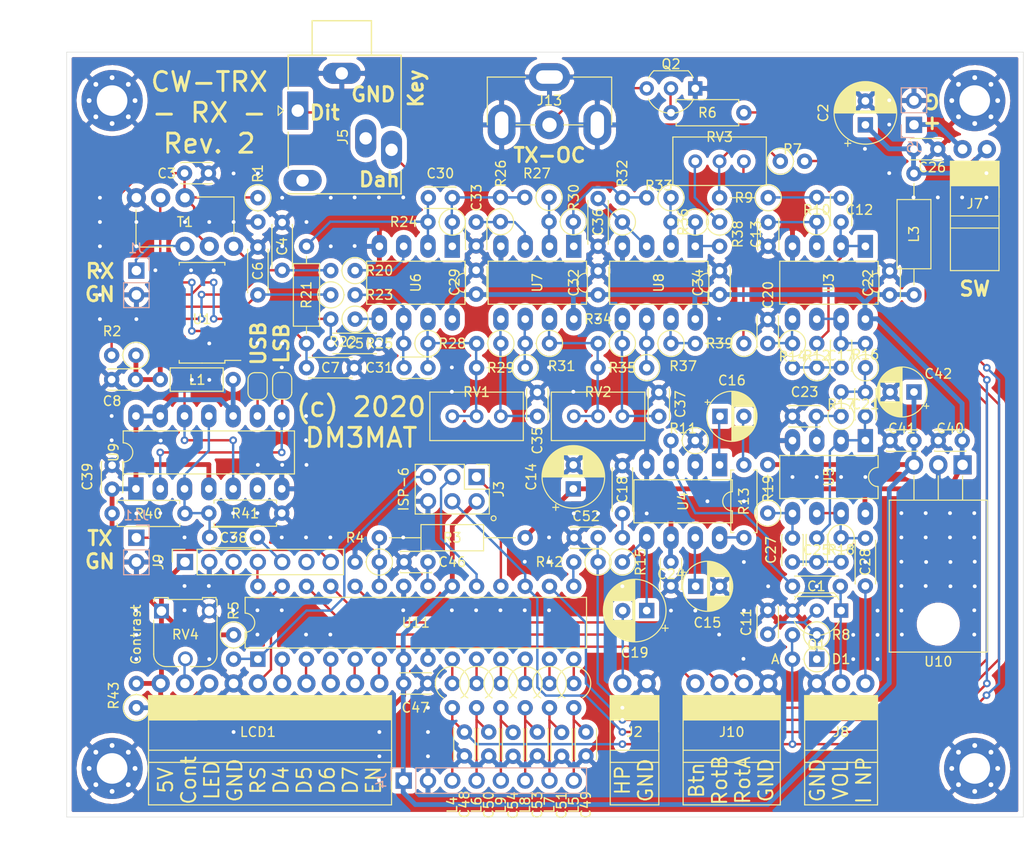
<source format=kicad_pcb>
(kicad_pcb (version 20171130) (host pcbnew 5.1.6-c6e7f7d~86~ubuntu18.04.1)
  (layers (0 F.Cu signal) (31 B.Cu signal) (34 B.Paste user) (35 F.Paste user) (36 B.SilkS user) (37 F.SilkS user) (38 B.Mask user) (39 F.Mask user) (44 Edge.Cuts user))
  (net 0 "")
  (net 1 /Mixer/RF)
  (net 2 "Net-(C1-Pad1)")
  (net 3 GND)
  (net 4 /Demod/I+)
  (net 5 /Demod/Q+)
  (net 6 /Demod/I-)
  (net 7 /Demod/Q-)
  (net 8 +5VA)
  (net 9 +12V)
  (net 10 "Net-(C11-Pad1)")
  (net 11 "Net-(C12-Pad2)")
  (net 12 "Net-(C12-Pad1)")
  (net 13 "Net-(C13-Pad1)")
  (net 14 "Net-(C15-Pad1)")
  (net 15 "Net-(C16-Pad2)")
  (net 16 "Net-(C16-Pad1)")
  (net 17 "Net-(C17-Pad2)")
  (net 18 "Net-(C17-Pad1)")
  (net 19 "Net-(C18-Pad1)")
  (net 20 /Audio/HP)
  (net 21 "Net-(C19-Pad1)")
  (net 22 "Net-(C20-Pad1)")
  (net 23 "Net-(C21-Pad2)")
  (net 24 "Net-(C21-Pad1)")
  (net 25 "Net-(C23-Pad1)")
  (net 26 "Net-(C25-Pad2)")
  (net 27 VCC)
  (net 28 "Net-(C27-Pad2)")
  (net 29 POT-A)
  (net 30 "Net-(C30-Pad2)")
  (net 31 "Net-(C30-Pad1)")
  (net 32 "Net-(C31-Pad2)")
  (net 33 "Net-(C31-Pad1)")
  (net 34 "Net-(C33-Pad1)")
  (net 35 "Net-(C35-Pad2)")
  (net 36 "Net-(C36-Pad1)")
  (net 37 "Net-(C37-Pad2)")
  (net 38 "Net-(C38-Pad1)")
  (net 39 +5VD)
  (net 40 "Net-(J6-Pad1)")
  (net 41 POT-B)
  (net 42 /VFO/CLK1)
  (net 43 /Mixer/VFO+I)
  (net 44 /Mixer/VFO+Q)
  (net 45 /Audio/NF)
  (net 46 "Net-(R13-Pad1)")
  (net 47 "Net-(R20-Pad1)")
  (net 48 "Net-(R22-Pad1)")
  (net 49 "Net-(R27-Pad1)")
  (net 50 "Net-(R29-Pad1)")
  (net 51 "Net-(R30-Pad1)")
  (net 52 "Net-(R31-Pad1)")
  (net 53 "Net-(R33-Pad1)")
  (net 54 "Net-(R35-Pad1)")
  (net 55 "Net-(R36-Pad1)")
  (net 56 "Net-(R37-Pad1)")
  (net 57 "Net-(R38-Pad1)")
  (net 58 "Net-(R39-Pad1)")
  (net 59 "Net-(C3-Pad1)")
  (net 60 "Net-(C28-Pad2)")
  (net 61 TX-OSC)
  (net 62 TX5V)
  (net 63 "Net-(T1-Pad6)")
  (net 64 "Net-(T1-Pad3)")
  (net 65 /VFO/VFO-I)
  (net 66 /VFO/VFO-Q)
  (net 67 "Net-(C46-Pad2)")
  (net 68 /Ctrl/80m)
  (net 69 /Ctrl/40m)
  (net 70 /Ctrl/Side)
  (net 71 /Ctrl/20m)
  (net 72 /Ctrl/10m)
  (net 73 RST)
  (net 74 40M)
  (net 75 10M)
  (net 76 20M)
  (net 77 LCD_EN)
  (net 78 LCD_RS)
  (net 79 LCD_D7)
  (net 80 LCD_D6)
  (net 81 LCD_D5)
  (net 82 LCD_D4)
  (net 83 LCD_CR)
  (net 84 Dah)
  (net 85 "Net-(J5-PadSN)")
  (net 86 "Net-(J5-PadTN)")
  (net 87 Dit)
  (net 88 ROT-M)
  (net 89 ROT-B)
  (net 90 ROT-A)
  (net 91 TX)
  (net 92 80M)
  (net 93 KEY)
  (net 94 "Net-(Q2-Pad2)")
  (net 95 Vbat)
  (net 96 SIDE)
  (net 97 /Ctrl/SCL)
  (net 98 Key)
  (net 99 "Net-(J13-Pad1)")
  (net 100 SCK)
  (net 101 MISO)
  (net 102 "Net-(LCD1-Pad3)")
  (net 103 /VFO/CLK2)
  (net 104 /VFO/VFO+Q)
  (module Jumper:SolderJumper-2_P1.3mm_Bridged_RoundedPad1.0x1.5mm (layer F.Cu) (at 123.46 95.17 270)
    (fp_text reference JP2 hide)
    (fp_text value USB)
    (fp_poly (pts (xy 0.25 -0.3) (xy -0.25 -0.3) (xy -0.25 0.3) (xy 0.25 0.3)) (layer F.Cu) (width 0))
    (pad 1 smd custom (at -0.65 0 270) (size 1 0.5) (layers F.Cu F.Mask) (net 44 /Mixer/VFO+Q) (options (clearance outline) (anchor rect)) (primitives (gr_circle (center 0 0.25) (end 0.5 0.25) (width 0)) (gr_circle (center 0 -0.25) (end 0.5 -0.25) (width 0)) (gr_poly (pts (xy 0 -0.75) (xy 0.5 -0.75) (xy 0.5 0.75) (xy 0 0.75)) (width 0))))
    (pad 2 smd custom (at 0.65 0 270) (size 1 0.5) (layers F.Cu F.Mask) (net 104 /VFO/VFO+Q) (options (clearance outline) (anchor rect)) (primitives (gr_circle (center 0 0.25) (end 0.5 0.25) (width 0)) (gr_circle (center 0 -0.25) (end 0.5 -0.25) (width 0)) (gr_poly (pts (xy 0 -0.75) (xy -0.5 -0.75) (xy -0.5 0.75) (xy 0 0.75)) (width 0))))
  )
  (module Jumper:SolderJumper-2_P1.3mm_Open_RoundedPad1.0x1.5mm (layer F.Cu) (at 126.03 95.14 90)
    (fp_text reference JP1 hide)
    (fp_text value LSB)
    (pad 2 smd custom (at 0.65 0 90) (size 1 0.5) (layers F.Cu F.Mask) (net 44 /Mixer/VFO+Q) (options (clearance outline) (anchor rect)) (primitives (gr_circle (center 0 0.25) (end 0.5 0.25) (width 0)) (gr_circle (center 0 -0.25) (end 0.5 -0.25) (width 0)) (gr_poly (pts (xy 0 -0.75) (xy -0.5 -0.75) (xy -0.5 0.75) (xy 0 0.75)) (width 0))))
    (pad 1 smd custom (at -0.65 0 90) (size 1 0.5) (layers F.Cu F.Mask) (net 66 /VFO/VFO-Q) (options (clearance outline) (anchor rect)) (primitives (gr_circle (center 0 0.25) (end 0.5 0.25) (width 0)) (gr_circle (center 0 -0.25) (end 0.5 -0.25) (width 0)) (gr_poly (pts (xy 0 -0.75) (xy 0.5 -0.75) (xy 0.5 0.75) (xy 0 0.75)) (width 0))))
  )
  (module Capacitor_THT:C_Disc_D3.0mm_W2.0mm_P2.50mm (layer F.Cu) (at 166.67 113.57 270)
    (fp_text reference C24 (at 1.27 0 180) (layer F.SilkS))
    (fp_text value 100n)
    (pad 2 thru_hole circle (at 2.5 0 270) (size 1.6 1.6) (drill 0.8) (layers *.Cu *.Mask) (net 3 GND))
    (pad 1 thru_hole circle (at 0 0 270) (size 1.6 1.6) (drill 0.8) (layers *.Cu *.Mask) (net 9 +12V))
  )
  (module Capacitor_THT:C_Disc_D4.3mm_W1.9mm_P5.00mm (layer F.Cu) (at 161.59 108.49 90)
    (fp_text reference C18 (at 2.5 0 90) (layer F.SilkS))
    (fp_text value 47n)
    (pad 2 thru_hole circle (at 5 0 90) (size 1.6 1.6) (drill 0.8) (layers *.Cu *.Mask) (net 3 GND))
    (pad 1 thru_hole circle (at 0 0 90) (size 1.6 1.6) (drill 0.8) (layers *.Cu *.Mask) (net 19 "Net-(C18-Pad1)"))
  )
  (module Package_DIP:DIP-8_W7.62mm_LongPads (layer F.Cu) (at 143.81 80.55 270)
    (fp_text reference U6 (at 3.81 3.81 90) (layer F.SilkS))
    (fp_text value TLC272)
    (pad 8 thru_hole oval (at 7.62 0 270) (size 2.4 1.6) (drill 0.8) (layers *.Cu *.Mask) (net 9 +12V))
    (pad 4 thru_hole oval (at 0 7.62 270) (size 2.4 1.6) (drill 0.8) (layers *.Cu *.Mask) (net 3 GND))
    (pad 7 thru_hole oval (at 7.62 2.54 270) (size 2.4 1.6) (drill 0.8) (layers *.Cu *.Mask) (net 33 "Net-(C31-Pad1)"))
    (pad 3 thru_hole oval (at 0 5.08 270) (size 2.4 1.6) (drill 0.8) (layers *.Cu *.Mask) (net 47 "Net-(R20-Pad1)"))
    (pad 6 thru_hole oval (at 7.62 5.08 270) (size 2.4 1.6) (drill 0.8) (layers *.Cu *.Mask) (net 32 "Net-(C31-Pad2)"))
    (pad 2 thru_hole oval (at 0 2.54 270) (size 2.4 1.6) (drill 0.8) (layers *.Cu *.Mask) (net 30 "Net-(C30-Pad2)"))
    (pad 5 thru_hole oval (at 7.62 7.62 270) (size 2.4 1.6) (drill 0.8) (layers *.Cu *.Mask) (net 48 "Net-(R22-Pad1)"))
    (pad 1 thru_hole rect (at 0 0 270) (size 2.4 1.6) (drill 0.8) (layers *.Cu *.Mask) (net 31 "Net-(C30-Pad1)"))
  )
  (module Package_TO_SOT_THT:TO-220-3_Horizontal_TabDown (layer F.Cu) (at 197.15 103.41 180)
    (fp_text reference U10 (at 2.54 -20.58) (layer F.SilkS))
    (fp_text value L7805)
    (pad 3 thru_hole oval (at 5.08 0 180) (size 1.905 2) (drill 1.1) (layers *.Cu *.Mask) (net 39 +5VD))
    (pad 2 thru_hole oval (at 2.54 0 180) (size 1.905 2) (drill 1.1) (layers *.Cu *.Mask) (net 3 GND))
    (pad 1 thru_hole rect (at 0 0 180) (size 1.905 2) (drill 1.1) (layers *.Cu *.Mask) (net 9 +12V))
    (pad "" np_thru_hole oval (at 2.54 -16.66 180) (size 3.5 3.5) (drill 3.5) (layers *.Cu *.Mask))
  )
  (module Resistor_THT:R_Axial_DIN0207_L6.3mm_D2.5mm_P7.62mm_Horizontal (layer F.Cu) (at 125.984 108.458 180)
    (fp_text reference R41 (at 3.81 -0.032) (layer F.SilkS))
    (fp_text value 10k)
    (pad 2 thru_hole oval (at 7.62 0 180) (size 1.6 1.6) (drill 0.8) (layers *.Cu *.Mask) (net 38 "Net-(C38-Pad1)"))
    (pad 1 thru_hole circle (at 0 0 180) (size 1.6 1.6) (drill 0.8) (layers *.Cu *.Mask) (net 3 GND))
  )
  (module Resistor_THT:R_Axial_DIN0207_L6.3mm_D2.5mm_P7.62mm_Horizontal (layer F.Cu) (at 115.87 108.49 180)
    (fp_text reference R40 (at 3.81 -0.032) (layer F.SilkS))
    (fp_text value 10k)
    (pad 2 thru_hole oval (at 7.62 0 180) (size 1.6 1.6) (drill 0.8) (layers *.Cu *.Mask) (net 39 +5VD))
    (pad 1 thru_hole circle (at 0 0 180) (size 1.6 1.6) (drill 0.8) (layers *.Cu *.Mask) (net 38 "Net-(C38-Pad1)"))
  )
  (module Resistor_THT:R_Axial_DIN0207_L6.3mm_D2.5mm_P7.62mm_Horizontal (layer F.Cu) (at 174.29 111.03 90)
    (fp_text reference R13 (at 3.81 0 90) (layer F.SilkS))
    (fp_text value 2.2k)
    (pad 2 thru_hole oval (at 7.62 0 90) (size 1.6 1.6) (drill 0.8) (layers *.Cu *.Mask) (net 15 "Net-(C16-Pad2)"))
    (pad 1 thru_hole circle (at 0 0 90) (size 1.6 1.6) (drill 0.8) (layers *.Cu *.Mask) (net 46 "Net-(R13-Pad1)"))
  )
  (module Resistor_THT:R_Axial_DIN0207_L6.3mm_D2.5mm_P7.62mm_Horizontal (layer F.Cu) (at 166.67 66.58)
    (fp_text reference R6 (at 3.81 0) (layer F.SilkS))
    (fp_text value 10k)
    (pad 2 thru_hole oval (at 7.62 0) (size 1.6 1.6) (drill 0.8) (layers *.Cu *.Mask) (net 62 TX5V))
    (pad 1 thru_hole circle (at 0 0) (size 1.6 1.6) (drill 0.8) (layers *.Cu *.Mask) (net 94 "Net-(Q2-Pad2)"))
  )
  (module Inductor_THT:L_Axial_L7.0mm_D3.3mm_P12.70mm_Horizontal_Fastron_MICC (layer F.Cu) (at 192.07 85.63 90)
    (fp_text reference L3 (at 6.35 0 90) (layer F.SilkS))
    (fp_text value 100u)
    (pad 2 thru_hole oval (at 12.7 0 90) (size 1.6 1.6) (drill 0.8) (layers *.Cu *.Mask) (net 27 VCC))
    (pad 1 thru_hole circle (at 0 0 90) (size 1.6 1.6) (drill 0.8) (layers *.Cu *.Mask) (net 9 +12V))
  )
  (module Resistor_THT:R_Axial_DIN0207_L6.3mm_D2.5mm_P15.24mm_Horizontal (layer F.Cu) (at 151.43 111.03 180)
    (fp_text reference R3 (at 7.62 0) (layer F.SilkS))
    (fp_text value 47k)
    (pad 2 thru_hole oval (at 15.24 0 180) (size 1.6 1.6) (drill 0.8) (layers *.Cu *.Mask) (net 95 Vbat))
    (pad 1 thru_hole circle (at 0 0 180) (size 1.6 1.6) (drill 0.8) (layers *.Cu *.Mask) (net 9 +12V))
  )
  (module Resistor_THT:R_Axial_DIN0207_L6.3mm_D2.5mm_P5.08mm_Vertical (layer F.Cu) (at 176.784 108.458 90)
    (fp_text reference R19 (at 2.54 0.046 90) (layer F.SilkS))
    (fp_text value 470k)
    (pad 2 thru_hole oval (at 5.08 0 90) (size 1.6 1.6) (drill 0.8) (layers *.Cu *.Mask) (net 39 +5VD))
    (pad 1 thru_hole circle (at 0 0 90) (size 1.6 1.6) (drill 0.8) (layers *.Cu *.Mask) (net 28 "Net-(C27-Pad2)"))
  )
  (module Package_DIP:DIP-28_W7.62mm (layer F.Cu) (at 123.49 123.73 90)
    (fp_text reference U11 (at 3.81 16.51 180) (layer F.SilkS))
    (fp_text value ATmega328-PU)
    (pad 28 thru_hole oval (at 7.62 0 90) (size 1.6 1.6) (drill 0.8) (layers *.Cu *.Mask) (net 97 /Ctrl/SCL))
    (pad 14 thru_hole oval (at 0 33.02 90) (size 1.6 1.6) (drill 0.8) (layers *.Cu *.Mask) (net 92 80M))
    (pad 27 thru_hole oval (at 7.62 2.54 90) (size 1.6 1.6) (drill 0.8) (layers *.Cu *.Mask) (net 78 LCD_RS))
    (pad 13 thru_hole oval (at 0 30.48 90) (size 1.6 1.6) (drill 0.8) (layers *.Cu *.Mask) (net 74 40M))
    (pad 26 thru_hole oval (at 7.62 5.08 90) (size 1.6 1.6) (drill 0.8) (layers *.Cu *.Mask) (net 88 ROT-M))
    (pad 12 thru_hole oval (at 0 27.94 90) (size 1.6 1.6) (drill 0.8) (layers *.Cu *.Mask) (net 76 20M))
    (pad 25 thru_hole oval (at 7.62 7.62 90) (size 1.6 1.6) (drill 0.8) (layers *.Cu *.Mask) (net 89 ROT-B))
    (pad 11 thru_hole oval (at 0 25.4 90) (size 1.6 1.6) (drill 0.8) (layers *.Cu *.Mask) (net 75 10M))
    (pad 24 thru_hole oval (at 7.62 10.16 90) (size 1.6 1.6) (drill 0.8) (layers *.Cu *.Mask) (net 90 ROT-A))
    (pad 10 thru_hole oval (at 0 22.86 90) (size 1.6 1.6) (drill 0.8) (layers *.Cu *.Mask) (net 93 KEY))
    (pad 23 thru_hole oval (at 7.62 12.7 90) (size 1.6 1.6) (drill 0.8) (layers *.Cu *.Mask) (net 95 Vbat))
    (pad 9 thru_hole oval (at 0 20.32 90) (size 1.6 1.6) (drill 0.8) (layers *.Cu *.Mask) (net 91 TX))
    (pad 22 thru_hole oval (at 7.62 15.24 90) (size 1.6 1.6) (drill 0.8) (layers *.Cu *.Mask) (net 3 GND))
    (pad 8 thru_hole oval (at 0 17.78 90) (size 1.6 1.6) (drill 0.8) (layers *.Cu *.Mask) (net 3 GND))
    (pad 21 thru_hole oval (at 7.62 17.78 90) (size 1.6 1.6) (drill 0.8) (layers *.Cu *.Mask) (net 67 "Net-(C46-Pad2)"))
    (pad 7 thru_hole oval (at 0 15.24 90) (size 1.6 1.6) (drill 0.8) (layers *.Cu *.Mask) (net 39 +5VD))
    (pad 20 thru_hole oval (at 7.62 20.32 90) (size 1.6 1.6) (drill 0.8) (layers *.Cu *.Mask) (net 39 +5VD))
    (pad 6 thru_hole oval (at 0 12.7 90) (size 1.6 1.6) (drill 0.8) (layers *.Cu *.Mask) (net 77 LCD_EN))
    (pad 19 thru_hole oval (at 7.62 22.86 90) (size 1.6 1.6) (drill 0.8) (layers *.Cu *.Mask) (net 100 SCK))
    (pad 5 thru_hole oval (at 0 10.16 90) (size 1.6 1.6) (drill 0.8) (layers *.Cu *.Mask) (net 79 LCD_D7))
    (pad 18 thru_hole oval (at 7.62 25.4 90) (size 1.6 1.6) (drill 0.8) (layers *.Cu *.Mask) (net 101 MISO))
    (pad 4 thru_hole oval (at 0 7.62 90) (size 1.6 1.6) (drill 0.8) (layers *.Cu *.Mask) (net 80 LCD_D6))
    (pad 17 thru_hole oval (at 7.62 27.94 90) (size 1.6 1.6) (drill 0.8) (layers *.Cu *.Mask) (net 87 Dit))
    (pad 3 thru_hole oval (at 0 5.08 90) (size 1.6 1.6) (drill 0.8) (layers *.Cu *.Mask) (net 81 LCD_D5))
    (pad 16 thru_hole oval (at 7.62 30.48 90) (size 1.6 1.6) (drill 0.8) (layers *.Cu *.Mask) (net 84 Dah))
    (pad 2 thru_hole oval (at 0 2.54 90) (size 1.6 1.6) (drill 0.8) (layers *.Cu *.Mask) (net 82 LCD_D4))
    (pad 15 thru_hole oval (at 7.62 33.02 90) (size 1.6 1.6) (drill 0.8) (layers *.Cu *.Mask) (net 96 SIDE))
    (pad 1 thru_hole rect (at 0 0 90) (size 1.6 1.6) (drill 0.8) (layers *.Cu *.Mask) (net 73 RST))
  )
  (module Resistor_THT:R_Axial_DIN0207_L6.3mm_D2.5mm_P2.54mm_Vertical (layer F.Cu) (at 110.79 128.81 90)
    (fp_text reference R43 (at 1.27 -2.37 90) (layer F.SilkS))
    (fp_text value 220)
    (pad 2 thru_hole oval (at 2.54 0 90) (size 1.6 1.6) (drill 0.8) (layers *.Cu *.Mask) (net 39 +5VD))
    (pad 1 thru_hole circle (at 0 0 90) (size 1.6 1.6) (drill 0.8) (layers *.Cu *.Mask) (net 102 "Net-(LCD1-Pad3)"))
  )
  (module Potentiometer_THT:Potentiometer_Runtron_RM-065_Vertical (layer F.Cu) (at 113.41 118.698)
    (fp_text reference RV4 (at 2.5 2.46) (layer F.SilkS))
    (fp_text value 10k)
    (pad 2 thru_hole circle (at 2.5 5) (size 1.55 1.55) (drill 1) (layers *.Cu *.Mask) (net 83 LCD_CR))
    (pad 1 thru_hole rect (at 0 0) (size 1.55 1.55) (drill 1) (layers *.Cu *.Mask) (net 39 +5VD))
    (pad 3 thru_hole circle (at 5 0) (size 1.55 1.55) (drill 1) (layers *.Cu *.Mask) (net 3 GND))
  )
  (module Connector_PinHeader_2.54mm:PinHeader_1x02_P2.54mm_Vertical (layer B.Cu) (at 110.79 111.03 180)
    (fp_text reference J11 (at 0 2.33) (layer B.SilkS) (effects (justify mirror)))
    (fp_text value TxOsc)
    (pad 2 thru_hole oval (at 0 -2.54 180) (size 1.7 1.7) (drill 1) (layers *.Cu *.Mask) (net 3 GND))
    (pad 1 thru_hole rect (at 0 0 180) (size 1.7 1.7) (drill 1) (layers *.Cu *.Mask) (net 61 TX-OSC))
  )
  (module Resistor_THT:R_Axial_DIN0207_L6.3mm_D2.5mm_P2.54mm_Vertical (layer F.Cu) (at 120.95 121.19 270)
    (fp_text reference R5 (at -2.54 0 90) (layer F.SilkS))
    (fp_text value 47k)
    (pad 2 thru_hole oval (at 2.54 0 270) (size 1.6 1.6) (drill 0.8) (layers *.Cu *.Mask) (net 73 RST))
    (pad 1 thru_hole circle (at 0 0 270) (size 1.6 1.6) (drill 0.8) (layers *.Cu *.Mask) (net 39 +5VD))
  )
  (module Connector_PinHeader_2.54mm:PinHeader_1x08_P2.54mm_Vertical (layer B.Cu) (at 138.73 136.43 270)
    (fp_text reference J4 (at 0 2.33 270) (layer B.SilkS) (effects (justify mirror)))
    (fp_text value ToPA)
    (pad 8 thru_hole oval (at 0 -17.78 270) (size 1.7 1.7) (drill 1) (layers *.Cu *.Mask) (net 68 /Ctrl/80m))
    (pad 7 thru_hole oval (at 0 -15.24 270) (size 1.7 1.7) (drill 1) (layers *.Cu *.Mask) (net 69 /Ctrl/40m))
    (pad 6 thru_hole oval (at 0 -12.7 270) (size 1.7 1.7) (drill 1) (layers *.Cu *.Mask) (net 71 /Ctrl/20m))
    (pad 5 thru_hole oval (at 0 -10.16 270) (size 1.7 1.7) (drill 1) (layers *.Cu *.Mask) (net 72 /Ctrl/10m))
    (pad 4 thru_hole oval (at 0 -7.62 270) (size 1.7 1.7) (drill 1) (layers *.Cu *.Mask) (net 98 Key))
    (pad 3 thru_hole oval (at 0 -5.08 270) (size 1.7 1.7) (drill 1) (layers *.Cu *.Mask) (net 62 TX5V))
    (pad 2 thru_hole oval (at 0 -2.54 270) (size 1.7 1.7) (drill 1) (layers *.Cu *.Mask) (net 3 GND))
    (pad 1 thru_hole rect (at 0 0 270) (size 1.7 1.7) (drill 1) (layers *.Cu *.Mask) (net 39 +5VD))
  )
  (module Package_TO_SOT_THT:TO-92_Inline_Wide (layer F.Cu) (at 169.21 64.04 180)
    (fp_text reference Q2 (at 2.54 2.54) (layer F.SilkS))
    (fp_text value 2N3904)
    (pad 1 thru_hole rect (at 0 0 270) (size 1.5 1.5) (drill 0.8) (layers *.Cu *.Mask) (net 3 GND))
    (pad 3 thru_hole circle (at 5.08 0 270) (size 1.5 1.5) (drill 0.8) (layers *.Cu *.Mask) (net 99 "Net-(J13-Pad1)"))
    (pad 2 thru_hole circle (at 2.54 0 270) (size 1.5 1.5) (drill 0.8) (layers *.Cu *.Mask) (net 94 "Net-(Q2-Pad2)"))
  )
  (module DM3MAT:Connector_BKL_1x04_P2.54mm_Horizontal (layer F.Cu) (at 171.75 126.27)
    (fp_text reference J10 (at 1.27 5.08) (layer F.SilkS))
    (fp_text value ROT)
    (pad 4 thru_hole circle (at 5.08 0) (size 1.9 1.9) (drill 1) (layers *.Cu *.Mask) (net 3 GND))
    (pad 3 thru_hole circle (at 2.54 0) (size 1.9 1.9) (drill 1) (layers *.Cu *.Mask) (net 90 ROT-A))
    (pad 2 thru_hole circle (at 0 0) (size 1.9 1.9) (drill 1) (layers *.Cu *.Mask) (net 89 ROT-B))
    (pad 1 thru_hole circle (at -2.54 0) (size 1.9 1.9) (drill 1) (layers *.Cu *.Mask) (net 88 ROT-M))
  )
  (module DM3MAT:Connector_BKL_1x10_P2.54mm_Horizontal (layer F.Cu) (at 122.22 126.27)
    (fp_text reference LCD1 (at 1.27 5.08) (layer F.SilkS))
    (fp_text value LCD)
    (pad 10 thru_hole circle (at 13.97 0) (size 1.9 1.9) (drill 1) (layers *.Cu *.Mask) (net 77 LCD_EN))
    (pad 9 thru_hole circle (at 11.43 0) (size 1.9 1.9) (drill 1) (layers *.Cu *.Mask) (net 79 LCD_D7))
    (pad 8 thru_hole circle (at 8.89 0) (size 1.9 1.9) (drill 1) (layers *.Cu *.Mask) (net 80 LCD_D6))
    (pad 7 thru_hole circle (at 6.35 0) (size 1.9 1.9) (drill 1) (layers *.Cu *.Mask) (net 81 LCD_D5))
    (pad 6 thru_hole circle (at 3.81 0) (size 1.9 1.9) (drill 1) (layers *.Cu *.Mask) (net 82 LCD_D4))
    (pad 5 thru_hole circle (at 1.27 0) (size 1.9 1.9) (drill 1) (layers *.Cu *.Mask) (net 78 LCD_RS))
    (pad 4 thru_hole circle (at -1.27 0) (size 1.9 1.9) (drill 1) (layers *.Cu *.Mask) (net 3 GND))
    (pad 3 thru_hole circle (at -3.81 0) (size 1.9 1.9) (drill 1) (layers *.Cu *.Mask) (net 102 "Net-(LCD1-Pad3)"))
    (pad 2 thru_hole circle (at -6.35 0) (size 1.9 1.9) (drill 1) (layers *.Cu *.Mask) (net 83 LCD_CR))
    (pad 1 thru_hole circle (at -8.89 0) (size 1.9 1.9) (drill 1) (layers *.Cu *.Mask) (net 39 +5VD))
  )
  (module DM3MAT:Connector_BKL_1x03_P2.54mm_Horizontal (layer F.Cu) (at 184.45 126.27)
    (fp_text reference J8 (at 0 5.08) (layer F.SilkS))
    (fp_text value "10K Log")
    (pad 3 thru_hole circle (at 2.54 0) (size 1.9 1.9) (drill 1) (layers *.Cu *.Mask) (net 29 POT-A))
    (pad 2 thru_hole circle (at 0 0) (size 1.9 1.9) (drill 1) (layers *.Cu *.Mask) (net 41 POT-B))
    (pad 1 thru_hole circle (at -2.54 0) (size 1.9 1.9) (drill 1) (layers *.Cu *.Mask) (net 3 GND))
  )
  (module DM3MAT:Connector_BKL_1x02_P2.54mm_Horizontal (layer F.Cu) (at 197.15 70.39)
    (fp_text reference J7 (at 1.27 5.715) (layer F.SilkS))
    (fp_text value SW)
    (pad 2 thru_hole circle (at 2.54 0) (size 1.9 1.9) (drill 1) (layers *.Cu *.Mask) (net 27 VCC))
    (pad 1 thru_hole circle (at 0 0) (size 1.9 1.9) (drill 1) (layers *.Cu *.Mask) (net 40 "Net-(J6-Pad1)"))
  )
  (module DM3MAT:Connector_BKL_1x02_P2.54mm_Horizontal (layer F.Cu) (at 161.59 126.27)
    (fp_text reference J2 (at 1.27 5.08) (layer F.SilkS))
    (fp_text value HP)
    (pad 2 thru_hole circle (at 2.54 0) (size 1.9 1.9) (drill 1) (layers *.Cu *.Mask) (net 3 GND))
    (pad 1 thru_hole circle (at 0 0) (size 1.9 1.9) (drill 1) (layers *.Cu *.Mask) (net 20 /Audio/HP))
  )
  (module DM3MAT:RCA_RND_205-00698_Horizontal (layer F.Cu) (at 153.97 67.85)
    (fp_text reference J13 (at 0 -2.54) (layer F.SilkS))
    (fp_text value Conn_Coaxial)
    (pad 1 thru_hole circle (at 0 0) (size 3 3) (drill 1.5) (layers *.Cu *.Mask) (net 99 "Net-(J13-Pad1)"))
    (pad 2 thru_hole oval (at 5 0) (size 2.9 4.3) (drill oval 1.4 2.8) (layers *.Cu *.Mask) (net 3 GND))
    (pad 2 thru_hole oval (at -5 0) (size 2.9 4.3) (drill oval 1.4 2.8) (layers *.Cu *.Mask) (net 3 GND))
    (pad 2 thru_hole oval (at 0 -5 90) (size 2.9 4.3) (drill oval 1.4 2.8) (layers *.Cu *.Mask) (net 3 GND))
  )
  (module Resistor_THT:R_Axial_DIN0207_L6.3mm_D2.5mm_P2.54mm_Vertical (layer F.Cu) (at 159.05 113.57 180)
    (fp_text reference R42 (at 5.08 0) (layer F.SilkS))
    (fp_text value 1k)
    (pad 2 thru_hole oval (at 2.54 0 180) (size 1.6 1.6) (drill 0.8) (layers *.Cu *.Mask) (net 96 SIDE))
    (pad 1 thru_hole circle (at 0 0 180) (size 1.6 1.6) (drill 0.8) (layers *.Cu *.Mask) (net 70 /Ctrl/Side))
  )
  (module Resistor_THT:R_Axial_DIN0207_L6.3mm_D2.5mm_P2.54mm_Vertical (layer F.Cu) (at 136.19 113.57 180)
    (fp_text reference R4 (at 2.54 2.54) (layer F.SilkS))
    (fp_text value 4.7k)
    (pad 2 thru_hole oval (at 2.54 0 180) (size 1.6 1.6) (drill 0.8) (layers *.Cu *.Mask) (net 3 GND))
    (pad 1 thru_hole circle (at 0 0 180) (size 1.6 1.6) (drill 0.8) (layers *.Cu *.Mask) (net 95 Vbat))
  )
  (module Inductor_THT:L_Axial_L7.0mm_D3.3mm_P2.54mm_Vertical_Fastron_MICC (layer F.Cu) (at 148.89 126.27 270)
    (fp_text reference L9 (at 12.7 0 90) (layer F.SilkS))
    (fp_text value 100u)
    (pad 2 thru_hole oval (at 2.54 0 270) (size 1.6 1.6) (drill 0.8) (layers *.Cu *.Mask) (net 72 /Ctrl/10m))
    (pad 1 thru_hole circle (at 0 0 270) (size 1.6 1.6) (drill 0.8) (layers *.Cu *.Mask) (net 75 10M))
  )
  (module Inductor_THT:L_Axial_L7.0mm_D3.3mm_P2.54mm_Vertical_Fastron_MICC (layer F.Cu) (at 151.43 126.27 270)
    (fp_text reference L8 (at 12.7 0 90) (layer F.SilkS))
    (fp_text value 100u)
    (pad 2 thru_hole oval (at 2.54 0 270) (size 1.6 1.6) (drill 0.8) (layers *.Cu *.Mask) (net 71 /Ctrl/20m))
    (pad 1 thru_hole circle (at 0 0 270) (size 1.6 1.6) (drill 0.8) (layers *.Cu *.Mask) (net 76 20M))
  )
  (module Inductor_THT:L_Axial_L7.0mm_D3.3mm_P2.54mm_Vertical_Fastron_MICC (layer F.Cu) (at 153.97 126.27 270)
    (fp_text reference L7 (at 12.7 0 90) (layer F.SilkS))
    (fp_text value 100u)
    (pad 2 thru_hole oval (at 2.54 0 270) (size 1.6 1.6) (drill 0.8) (layers *.Cu *.Mask) (net 69 /Ctrl/40m))
    (pad 1 thru_hole circle (at 0 0 270) (size 1.6 1.6) (drill 0.8) (layers *.Cu *.Mask) (net 74 40M))
  )
  (module Inductor_THT:L_Axial_L7.0mm_D3.3mm_P2.54mm_Vertical_Fastron_MICC (layer F.Cu) (at 146.35 126.27 270)
    (fp_text reference L6 (at 12.7 0 90) (layer F.SilkS))
    (fp_text value 100u)
    (pad 2 thru_hole oval (at 2.54 0 270) (size 1.6 1.6) (drill 0.8) (layers *.Cu *.Mask) (net 98 Key))
    (pad 1 thru_hole circle (at 0 0 270) (size 1.6 1.6) (drill 0.8) (layers *.Cu *.Mask) (net 93 KEY))
  )
  (module Inductor_THT:L_Axial_L7.0mm_D3.3mm_P2.54mm_Vertical_Fastron_MICC (layer F.Cu) (at 156.51 126.27 270)
    (fp_text reference L5 (at 12.7 0 90) (layer F.SilkS))
    (fp_text value 100u)
    (pad 2 thru_hole oval (at 2.54 0 270) (size 1.6 1.6) (drill 0.8) (layers *.Cu *.Mask) (net 68 /Ctrl/80m))
    (pad 1 thru_hole circle (at 0 0 270) (size 1.6 1.6) (drill 0.8) (layers *.Cu *.Mask) (net 92 80M))
  )
  (module Inductor_THT:L_Axial_L7.0mm_D3.3mm_P2.54mm_Vertical_Fastron_MICC (layer F.Cu) (at 143.81 126.27 270)
    (fp_text reference L4 (at 12.7 0 90) (layer F.SilkS))
    (fp_text value 100u)
    (pad 2 thru_hole oval (at 2.54 0 270) (size 1.6 1.6) (drill 0.8) (layers *.Cu *.Mask) (net 62 TX5V))
    (pad 1 thru_hole circle (at 0 0 270) (size 1.6 1.6) (drill 0.8) (layers *.Cu *.Mask) (net 91 TX))
  )
  (module DM3MAT:Jack_3.5mm_Ledino_KB3SPRS_Horizontal (layer F.Cu) (at 127.66 66.36 270)
    (fp_text reference J5 (at 2.76 -4.72 90) (layer F.SilkS))
    (fp_text value Key)
    (pad G thru_hole oval (at -3.9 -4.6 270) (size 2.2 4) (drill 1.3) (layers *.Cu *.Mask) (net 3 GND))
    (pad S thru_hole oval (at 4.1 -9.8 270) (size 4 2.2) (drill 1.3) (layers *.Cu *.Mask) (net 84 Dah))
    (pad SN thru_hole oval (at 2.9 -7.1 270) (size 4 2.2) (drill 1.3) (layers *.Cu *.Mask) (net 85 "Net-(J5-PadSN)"))
    (pad TN thru_hole oval (at 7.3 -0.5) (size 4 2.2) (drill 1.3) (layers *.Cu *.Mask) (net 86 "Net-(J5-PadTN)"))
    (pad T thru_hole rect (at 0 0 270) (size 4 2.2) (drill 1.3) (layers *.Cu *.Mask) (net 87 Dit))
  )
  (module Connector_PinHeader_2.54mm:PinHeader_2x03_P2.54mm_Vertical (layer F.Cu) (at 146.35 104.68 270)
    (fp_text reference J3 (at 1.27 -2.33 90) (layer F.SilkS))
    (fp_text value AVR-ISP-6)
    (pad 6 thru_hole oval (at 2.54 5.08 270) (size 1.7 1.7) (drill 1) (layers *.Cu *.Mask) (net 3 GND))
    (pad 5 thru_hole oval (at 0 5.08 270) (size 1.7 1.7) (drill 1) (layers *.Cu *.Mask) (net 73 RST))
    (pad 4 thru_hole oval (at 2.54 2.54 270) (size 1.7 1.7) (drill 1) (layers *.Cu *.Mask) (net 87 Dit))
    (pad 3 thru_hole oval (at 0 2.54 270) (size 1.7 1.7) (drill 1) (layers *.Cu *.Mask) (net 100 SCK))
    (pad 2 thru_hole oval (at 2.54 0 270) (size 1.7 1.7) (drill 1) (layers *.Cu *.Mask) (net 39 +5VD))
    (pad 1 thru_hole rect (at 0 0 270) (size 1.7 1.7) (drill 1) (layers *.Cu *.Mask) (net 101 MISO))
  )
  (module Capacitor_THT:C_Disc_D3.0mm_W2.0mm_P2.50mm (layer F.Cu) (at 150.16 133.89 90)
    (fp_text reference C54 (at -5.12 0 90) (layer F.SilkS))
    (fp_text value 100n)
    (pad 2 thru_hole circle (at 2.5 0 90) (size 1.6 1.6) (drill 0.8) (layers *.Cu *.Mask) (net 72 /Ctrl/10m))
    (pad 1 thru_hole circle (at 0 0 90) (size 1.6 1.6) (drill 0.8) (layers *.Cu *.Mask) (net 3 GND))
  )
  (module Capacitor_THT:C_Disc_D3.0mm_W2.0mm_P2.50mm (layer F.Cu) (at 152.7 133.85 90)
    (fp_text reference C53 (at -5.12 0 90) (layer F.SilkS))
    (fp_text value 100n)
    (pad 2 thru_hole circle (at 2.5 0 90) (size 1.6 1.6) (drill 0.8) (layers *.Cu *.Mask) (net 71 /Ctrl/20m))
    (pad 1 thru_hole circle (at 0 0 90) (size 1.6 1.6) (drill 0.8) (layers *.Cu *.Mask) (net 3 GND))
  )
  (module Capacitor_THT:C_Disc_D3.0mm_W2.0mm_P2.50mm (layer F.Cu) (at 156.55 111.03)
    (fp_text reference C52 (at 1.25 -2.25) (layer F.SilkS))
    (fp_text value 100n)
    (pad 2 thru_hole circle (at 2.5 0) (size 1.6 1.6) (drill 0.8) (layers *.Cu *.Mask) (net 70 /Ctrl/Side))
    (pad 1 thru_hole circle (at 0 0) (size 1.6 1.6) (drill 0.8) (layers *.Cu *.Mask) (net 3 GND))
  )
  (module Capacitor_THT:C_Disc_D3.0mm_W2.0mm_P2.50mm (layer F.Cu) (at 155.24 133.89 90)
    (fp_text reference C51 (at -5.12 0 90) (layer F.SilkS))
    (fp_text value 100n)
    (pad 2 thru_hole circle (at 2.5 0 90) (size 1.6 1.6) (drill 0.8) (layers *.Cu *.Mask) (net 69 /Ctrl/40m))
    (pad 1 thru_hole circle (at 0 0 90) (size 1.6 1.6) (drill 0.8) (layers *.Cu *.Mask) (net 3 GND))
  )
  (module Capacitor_THT:C_Disc_D3.0mm_W2.0mm_P2.50mm (layer F.Cu) (at 147.62 133.85 90)
    (fp_text reference C50 (at -5.12 0 90) (layer F.SilkS))
    (fp_text value 100n)
    (pad 2 thru_hole circle (at 2.5 0 90) (size 1.6 1.6) (drill 0.8) (layers *.Cu *.Mask) (net 98 Key))
    (pad 1 thru_hole circle (at 0 0 90) (size 1.6 1.6) (drill 0.8) (layers *.Cu *.Mask) (net 3 GND))
  )
  (module Capacitor_THT:C_Disc_D3.0mm_W2.0mm_P2.50mm (layer F.Cu) (at 157.78 133.85 90)
    (fp_text reference C49 (at -5.12 0 90) (layer F.SilkS))
    (fp_text value 100n)
    (pad 2 thru_hole circle (at 2.5 0 90) (size 1.6 1.6) (drill 0.8) (layers *.Cu *.Mask) (net 68 /Ctrl/80m))
    (pad 1 thru_hole circle (at 0 0 90) (size 1.6 1.6) (drill 0.8) (layers *.Cu *.Mask) (net 3 GND))
  )
  (module Capacitor_THT:C_Disc_D3.0mm_W2.0mm_P2.50mm (layer F.Cu) (at 145.08 133.85 90)
    (fp_text reference C48 (at -5.08 0 90) (layer F.SilkS))
    (fp_text value 100n)
    (pad 2 thru_hole circle (at 2.5 0 90) (size 1.6 1.6) (drill 0.8) (layers *.Cu *.Mask) (net 62 TX5V))
    (pad 1 thru_hole circle (at 0 0 90) (size 1.6 1.6) (drill 0.8) (layers *.Cu *.Mask) (net 3 GND))
  )
  (module Capacitor_THT:C_Disc_D3.0mm_W2.0mm_P2.50mm (layer F.Cu) (at 138.73 126.27)
    (fp_text reference C47 (at 1.23 2.54) (layer F.SilkS))
    (fp_text value 100n)
    (pad 2 thru_hole circle (at 2.5 0) (size 1.6 1.6) (drill 0.8) (layers *.Cu *.Mask) (net 3 GND))
    (pad 1 thru_hole circle (at 0 0) (size 1.6 1.6) (drill 0.8) (layers *.Cu *.Mask) (net 39 +5VD))
  )
  (module Capacitor_THT:C_Disc_D3.0mm_W2.0mm_P2.50mm (layer F.Cu) (at 138.77 113.57)
    (fp_text reference C46 (at 5.04 0) (layer F.SilkS))
    (fp_text value 100n)
    (pad 2 thru_hole circle (at 2.5 0) (size 1.6 1.6) (drill 0.8) (layers *.Cu *.Mask) (net 67 "Net-(C46-Pad2)"))
    (pad 1 thru_hole circle (at 0 0) (size 1.6 1.6) (drill 0.8) (layers *.Cu *.Mask) (net 3 GND))
  )
  (module Capacitor_THT:C_Disc_D4.3mm_W1.9mm_P5.00mm (layer F.Cu) (at 118.444 110.998)
    (fp_text reference C38 (at 2.5 0.032) (layer F.SilkS))
    (fp_text value 100n)
    (pad 2 thru_hole circle (at 5 0) (size 1.6 1.6) (drill 0.8) (layers *.Cu *.Mask) (net 103 /VFO/CLK2))
    (pad 1 thru_hole circle (at 0 0) (size 1.6 1.6) (drill 0.8) (layers *.Cu *.Mask) (net 38 "Net-(C38-Pad1)"))
  )
  (module Diode_THT:D_DO-35_SOD27_P2.54mm_Vertical_AnodeUp (layer F.Cu) (at 181.91 123.73 180)
    (fp_text reference D1 (at -2.54 0) (layer F.SilkS))
    (fp_text value 1N4148)
    (fp_text user A (at 4.34 0) (layer F.SilkS))
    (pad 2 thru_hole oval (at 2.54 0 180) (size 1.6 1.6) (drill 0.8) (layers *.Cu *.Mask) (net 62 TX5V))
    (pad 1 thru_hole rect (at 0 0 180) (size 1.6 1.6) (drill 0.8) (layers *.Cu *.Mask) (net 10 "Net-(C11-Pad1)"))
  )
  (module Package_TO_SOT_THT:TO-92_Inline_Wide (layer F.Cu) (at 184.45 118.65 180)
    (fp_text reference Q1 (at 2.54 -3.56) (layer F.SilkS))
    (fp_text value BS170)
    (pad 1 thru_hole rect (at 0 0 270) (size 1.5 1.5) (drill 0.8) (layers *.Cu *.Mask) (net 41 POT-B))
    (pad 3 thru_hole circle (at 5.08 0 270) (size 1.5 1.5) (drill 0.8) (layers *.Cu *.Mask) (net 3 GND))
    (pad 2 thru_hole circle (at 2.54 0 270) (size 1.5 1.5) (drill 0.8) (layers *.Cu *.Mask) (net 10 "Net-(C11-Pad1)"))
  )
  (module Resistor_THT:R_Axial_DIN0207_L6.3mm_D2.5mm_P5.08mm_Vertical (layer F.Cu) (at 174.29 90.71 180)
    (fp_text reference R39 (at 2.54 0) (layer F.SilkS))
    (fp_text value 1k)
    (pad 2 thru_hole oval (at 5.08 0 180) (size 1.6 1.6) (drill 0.8) (layers *.Cu *.Mask) (net 56 "Net-(R37-Pad1)"))
    (pad 1 thru_hole circle (at 0 0 180) (size 1.6 1.6) (drill 0.8) (layers *.Cu *.Mask) (net 58 "Net-(R39-Pad1)"))
  )
  (module Resistor_THT:R_Axial_DIN0207_L6.3mm_D2.5mm_P5.08mm_Vertical (layer F.Cu) (at 176.83 75.47 180)
    (fp_text reference R9 (at 2.54 0 180) (layer F.SilkS))
    (fp_text value 30k)
    (pad 2 thru_hole oval (at 5.08 0 180) (size 1.6 1.6) (drill 0.8) (layers *.Cu *.Mask) (net 45 /Audio/NF))
    (pad 1 thru_hole circle (at 0 0 180) (size 1.6 1.6) (drill 0.8) (layers *.Cu *.Mask) (net 12 "Net-(C12-Pad1)"))
  )
  (module MountingHole:MountingHole_3.2mm_M3_Pad_Via (layer F.Cu) (at 108.25 135.16)
    (fp_text reference H4 hide)
    (fp_text value GND)
    (pad 1 thru_hole circle (at 1.697056 -1.697056) (size 0.8 0.8) (drill 0.5) (layers *.Cu *.Mask) (net 3 GND))
    (pad 1 thru_hole circle (at 0 -2.4) (size 0.8 0.8) (drill 0.5) (layers *.Cu *.Mask) (net 3 GND))
    (pad 1 thru_hole circle (at -1.697056 -1.697056) (size 0.8 0.8) (drill 0.5) (layers *.Cu *.Mask) (net 3 GND))
    (pad 1 thru_hole circle (at -2.4 0) (size 0.8 0.8) (drill 0.5) (layers *.Cu *.Mask) (net 3 GND))
    (pad 1 thru_hole circle (at -1.697056 1.697056) (size 0.8 0.8) (drill 0.5) (layers *.Cu *.Mask) (net 3 GND))
    (pad 1 thru_hole circle (at 0 2.4) (size 0.8 0.8) (drill 0.5) (layers *.Cu *.Mask) (net 3 GND))
    (pad 1 thru_hole circle (at 1.697056 1.697056) (size 0.8 0.8) (drill 0.5) (layers *.Cu *.Mask) (net 3 GND))
    (pad 1 thru_hole circle (at 2.4 0) (size 0.8 0.8) (drill 0.5) (layers *.Cu *.Mask) (net 3 GND))
    (pad 1 thru_hole circle (at 0 0) (size 6.4 6.4) (drill 3.2) (layers *.Cu *.Mask) (net 3 GND))
  )
  (module MountingHole:MountingHole_3.2mm_M3_Pad_Via (layer F.Cu) (at 198.42 135.16)
    (fp_text reference H3 hide)
    (fp_text value GND)
    (pad 1 thru_hole circle (at 1.697056 -1.697056) (size 0.8 0.8) (drill 0.5) (layers *.Cu *.Mask) (net 3 GND))
    (pad 1 thru_hole circle (at 0 -2.4) (size 0.8 0.8) (drill 0.5) (layers *.Cu *.Mask) (net 3 GND))
    (pad 1 thru_hole circle (at -1.697056 -1.697056) (size 0.8 0.8) (drill 0.5) (layers *.Cu *.Mask) (net 3 GND))
    (pad 1 thru_hole circle (at -2.4 0) (size 0.8 0.8) (drill 0.5) (layers *.Cu *.Mask) (net 3 GND))
    (pad 1 thru_hole circle (at -1.697056 1.697056) (size 0.8 0.8) (drill 0.5) (layers *.Cu *.Mask) (net 3 GND))
    (pad 1 thru_hole circle (at 0 2.4) (size 0.8 0.8) (drill 0.5) (layers *.Cu *.Mask) (net 3 GND))
    (pad 1 thru_hole circle (at 1.697056 1.697056) (size 0.8 0.8) (drill 0.5) (layers *.Cu *.Mask) (net 3 GND))
    (pad 1 thru_hole circle (at 2.4 0) (size 0.8 0.8) (drill 0.5) (layers *.Cu *.Mask) (net 3 GND))
    (pad 1 thru_hole circle (at 0 0) (size 6.4 6.4) (drill 3.2) (layers *.Cu *.Mask) (net 3 GND))
  )
  (module MountingHole:MountingHole_3.2mm_M3_Pad_Via (layer F.Cu) (at 198.42 65.31)
    (fp_text reference H2 hide)
    (fp_text value GND)
    (pad 1 thru_hole circle (at 1.697056 -1.697056) (size 0.8 0.8) (drill 0.5) (layers *.Cu *.Mask) (net 3 GND))
    (pad 1 thru_hole circle (at 0 -2.4) (size 0.8 0.8) (drill 0.5) (layers *.Cu *.Mask) (net 3 GND))
    (pad 1 thru_hole circle (at -1.697056 -1.697056) (size 0.8 0.8) (drill 0.5) (layers *.Cu *.Mask) (net 3 GND))
    (pad 1 thru_hole circle (at -2.4 0) (size 0.8 0.8) (drill 0.5) (layers *.Cu *.Mask) (net 3 GND))
    (pad 1 thru_hole circle (at -1.697056 1.697056) (size 0.8 0.8) (drill 0.5) (layers *.Cu *.Mask) (net 3 GND))
    (pad 1 thru_hole circle (at 0 2.4) (size 0.8 0.8) (drill 0.5) (layers *.Cu *.Mask) (net 3 GND))
    (pad 1 thru_hole circle (at 1.697056 1.697056) (size 0.8 0.8) (drill 0.5) (layers *.Cu *.Mask) (net 3 GND))
    (pad 1 thru_hole circle (at 2.4 0) (size 0.8 0.8) (drill 0.5) (layers *.Cu *.Mask) (net 3 GND))
    (pad 1 thru_hole circle (at 0 0) (size 6.4 6.4) (drill 3.2) (layers *.Cu *.Mask) (net 3 GND))
  )
  (module MountingHole:MountingHole_3.2mm_M3_Pad_Via (layer F.Cu) (at 108.25 65.31)
    (fp_text reference H1 hide)
    (fp_text value GND)
    (pad 1 thru_hole circle (at 1.697056 -1.697056) (size 0.8 0.8) (drill 0.5) (layers *.Cu *.Mask) (net 3 GND))
    (pad 1 thru_hole circle (at 0 -2.4) (size 0.8 0.8) (drill 0.5) (layers *.Cu *.Mask) (net 3 GND))
    (pad 1 thru_hole circle (at -1.697056 -1.697056) (size 0.8 0.8) (drill 0.5) (layers *.Cu *.Mask) (net 3 GND))
    (pad 1 thru_hole circle (at -2.4 0) (size 0.8 0.8) (drill 0.5) (layers *.Cu *.Mask) (net 3 GND))
    (pad 1 thru_hole circle (at -1.697056 1.697056) (size 0.8 0.8) (drill 0.5) (layers *.Cu *.Mask) (net 3 GND))
    (pad 1 thru_hole circle (at 0 2.4) (size 0.8 0.8) (drill 0.5) (layers *.Cu *.Mask) (net 3 GND))
    (pad 1 thru_hole circle (at 1.697056 1.697056) (size 0.8 0.8) (drill 0.5) (layers *.Cu *.Mask) (net 3 GND))
    (pad 1 thru_hole circle (at 2.4 0) (size 0.8 0.8) (drill 0.5) (layers *.Cu *.Mask) (net 3 GND))
    (pad 1 thru_hole circle (at 0 0) (size 6.4 6.4) (drill 3.2) (layers *.Cu *.Mask) (net 3 GND))
  )
  (module Resistor_THT:R_Axial_DIN0207_L6.3mm_D2.5mm_P2.54mm_Vertical (layer F.Cu) (at 133.65 83.09 180)
    (fp_text reference R20 (at -2.54 0) (layer F.SilkS))
    (fp_text value 100)
    (pad 2 thru_hole oval (at 2.54 0 180) (size 1.6 1.6) (drill 0.8) (layers *.Cu *.Mask) (net 4 /Demod/I+))
    (pad 1 thru_hole circle (at 0 0 180) (size 1.6 1.6) (drill 0.8) (layers *.Cu *.Mask) (net 47 "Net-(R20-Pad1)"))
  )
  (module Resistor_THT:R_Axial_DIN0207_L6.3mm_D2.5mm_P2.54mm_Vertical (layer F.Cu) (at 131.11 85.63)
    (fp_text reference R23 (at 5.08 0) (layer F.SilkS))
    (fp_text value 100)
    (pad 2 thru_hole oval (at 2.54 0) (size 1.6 1.6) (drill 0.8) (layers *.Cu *.Mask) (net 32 "Net-(C31-Pad2)"))
    (pad 1 thru_hole circle (at 0 0) (size 1.6 1.6) (drill 0.8) (layers *.Cu *.Mask) (net 7 /Demod/Q-))
  )
  (module Resistor_THT:R_Axial_DIN0207_L6.3mm_D2.5mm_P2.54mm_Vertical (layer F.Cu) (at 133.65 88.17 180)
    (fp_text reference R22 (at 1.27 -2.37) (layer F.SilkS))
    (fp_text value 100)
    (pad 2 thru_hole oval (at 2.54 0 180) (size 1.6 1.6) (drill 0.8) (layers *.Cu *.Mask) (net 5 /Demod/Q+))
    (pad 1 thru_hole circle (at 0 0 180) (size 1.6 1.6) (drill 0.8) (layers *.Cu *.Mask) (net 48 "Net-(R22-Pad1)"))
  )
  (module Inductor_THT:L_Axial_L5.3mm_D2.2mm_P7.62mm_Horizontal_Vishay_IM-1 (layer F.Cu) (at 120.904 94.488 180)
    (fp_text reference L1 (at 3.764 -0.032) (layer F.SilkS))
    (fp_text value 100u)
    (pad 2 thru_hole oval (at 7.62 0 180) (size 1.6 1.6) (drill 0.8) (layers *.Cu *.Mask) (net 8 +5VA))
    (pad 1 thru_hole circle (at 0 0 180) (size 1.6 1.6) (drill 0.8) (layers *.Cu *.Mask) (net 39 +5VD))
  )
  (module Capacitor_THT:CP_Radial_D5.0mm_P2.50mm (layer F.Cu) (at 192.07 95.79 180)
    (fp_text reference C42 (at -2.54 1.905) (layer F.SilkS))
    (fp_text value 10u)
    (pad 2 thru_hole circle (at 2.5 0 180) (size 1.6 1.6) (drill 0.8) (layers *.Cu *.Mask) (net 3 GND))
    (pad 1 thru_hole rect (at 0 0 180) (size 1.6 1.6) (drill 0.8) (layers *.Cu *.Mask) (net 39 +5VD))
  )
  (module Capacitor_THT:C_Disc_D3.0mm_W2.0mm_P2.50mm (layer F.Cu) (at 192.07 100.87 180)
    (fp_text reference C41 (at 1.25 1.27) (layer F.SilkS))
    (fp_text value 100n)
    (pad 2 thru_hole circle (at 2.5 0 180) (size 1.6 1.6) (drill 0.8) (layers *.Cu *.Mask) (net 3 GND))
    (pad 1 thru_hole circle (at 0 0 180) (size 1.6 1.6) (drill 0.8) (layers *.Cu *.Mask) (net 39 +5VD))
  )
  (module Capacitor_THT:C_Disc_D3.0mm_W2.0mm_P2.50mm (layer F.Cu) (at 197.11 100.87 180)
    (fp_text reference C40 (at 1.25 1.27) (layer F.SilkS))
    (fp_text value 100n)
    (pad 2 thru_hole circle (at 2.5 0 180) (size 1.6 1.6) (drill 0.8) (layers *.Cu *.Mask) (net 3 GND))
    (pad 1 thru_hole circle (at 0 0 180) (size 1.6 1.6) (drill 0.8) (layers *.Cu *.Mask) (net 9 +12V))
  )
  (module Resistor_THT:R_Axial_DIN0207_L6.3mm_D2.5mm_P5.08mm_Vertical (layer F.Cu) (at 164.13 93.25 180)
    (fp_text reference R35 (at 2.54 0) (layer F.SilkS))
    (fp_text value 3.3k)
    (pad 2 thru_hole oval (at 5.08 0 180) (size 1.6 1.6) (drill 0.8) (layers *.Cu *.Mask) (net 52 "Net-(R31-Pad1)"))
    (pad 1 thru_hole circle (at 0 0 180) (size 1.6 1.6) (drill 0.8) (layers *.Cu *.Mask) (net 54 "Net-(R35-Pad1)"))
  )
  (module Resistor_THT:R_Axial_DIN0207_L6.3mm_D2.5mm_P5.08mm_Vertical (layer F.Cu) (at 151.43 93.25 180)
    (fp_text reference R29 (at 2.54 0) (layer F.SilkS))
    (fp_text value 3.3k)
    (pad 2 thru_hole oval (at 5.08 0 180) (size 1.6 1.6) (drill 0.8) (layers *.Cu *.Mask) (net 33 "Net-(C31-Pad1)"))
    (pad 1 thru_hole circle (at 0 0 180) (size 1.6 1.6) (drill 0.8) (layers *.Cu *.Mask) (net 50 "Net-(R29-Pad1)"))
  )
  (module Resistor_THT:R_Axial_DIN0207_L6.3mm_D2.5mm_P10.16mm_Horizontal (layer F.Cu) (at 128.57 80.55 270)
    (fp_text reference R21 (at 5.08 0 90) (layer F.SilkS))
    (fp_text value 100)
    (pad 2 thru_hole oval (at 10.16 0 270) (size 1.6 1.6) (drill 0.8) (layers *.Cu *.Mask) (net 6 /Demod/I-))
    (pad 1 thru_hole circle (at 0 0 270) (size 1.6 1.6) (drill 0.8) (layers *.Cu *.Mask) (net 30 "Net-(C30-Pad2)"))
  )
  (module Package_SO:SOIC-16_4.55x10.3mm_P1.27mm (layer F.Cu) (at 117.654 87.503 180)
    (fp_text reference U1 (at 0 -0.667) (layer F.SilkS))
    (fp_text value FST3253)
    (pad 16 smd roundrect (at 3.25 -4.445 180) (size 1.6 0.55) (layers F.Cu F.Paste F.Mask) (net 8 +5VA))
    (pad 15 smd roundrect (at 3.25 -3.175 180) (size 1.6 0.55) (layers F.Cu F.Paste F.Mask) (net 3 GND))
    (pad 14 smd roundrect (at 3.25 -1.905 180) (size 1.6 0.55) (layers F.Cu F.Paste F.Mask) (net 43 /Mixer/VFO+I))
    (pad 13 smd roundrect (at 3.25 -0.635 180) (size 1.6 0.55) (layers F.Cu F.Paste F.Mask) (net 4 /Demod/I+))
    (pad 12 smd roundrect (at 3.25 0.635 180) (size 1.6 0.55) (layers F.Cu F.Paste F.Mask) (net 7 /Demod/Q-))
    (pad 11 smd roundrect (at 3.25 1.905 180) (size 1.6 0.55) (layers F.Cu F.Paste F.Mask) (net 5 /Demod/Q+))
    (pad 10 smd roundrect (at 3.25 3.175 180) (size 1.6 0.55) (layers F.Cu F.Paste F.Mask) (net 6 /Demod/I-))
    (pad 9 smd roundrect (at 3.25 4.445 180) (size 1.6 0.55) (layers F.Cu F.Paste F.Mask) (net 64 "Net-(T1-Pad3)"))
    (pad 8 smd roundrect (at -3.25 4.445 180) (size 1.6 0.55) (layers F.Cu F.Paste F.Mask) (net 3 GND))
    (pad 7 smd roundrect (at -3.25 3.175 180) (size 1.6 0.55) (layers F.Cu F.Paste F.Mask) (net 63 "Net-(T1-Pad6)"))
    (pad 6 smd roundrect (at -3.25 1.905 180) (size 1.6 0.55) (layers F.Cu F.Paste F.Mask) (net 4 /Demod/I+))
    (pad 5 smd roundrect (at -3.25 0.635 180) (size 1.6 0.55) (layers F.Cu F.Paste F.Mask) (net 7 /Demod/Q-))
    (pad 4 smd roundrect (at -3.25 -0.635 180) (size 1.6 0.55) (layers F.Cu F.Paste F.Mask) (net 5 /Demod/Q+))
    (pad 3 smd roundrect (at -3.25 -1.905 180) (size 1.6 0.55) (layers F.Cu F.Paste F.Mask) (net 6 /Demod/I-))
    (pad 2 smd roundrect (at -3.25 -3.175 180) (size 1.6 0.55) (layers F.Cu F.Paste F.Mask) (net 44 /Mixer/VFO+Q))
    (pad 1 smd roundrect (at -3.25 -4.445 180) (size 1.6 0.55) (layers F.Cu F.Paste F.Mask) (net 3 GND))
  )
  (module DM3MAT:Transformer_1P_2S_Toroid_Vertical_D10.5mm_Amidon-T37 (layer F.Cu) (at 115.87 78.01)
    (fp_text reference T1 (at 0 0) (layer F.SilkS))
    (fp_text value "3 x 8 @ FT37-43")
    (pad 6 thru_hole circle (at 5.08 2.54) (size 2 2) (drill 1) (layers *.Cu *.Mask) (net 63 "Net-(T1-Pad6)"))
    (pad 5 thru_hole circle (at 0 -2.54) (size 2 2) (drill 1) (layers *.Cu *.Mask) (net 59 "Net-(C3-Pad1)"))
    (pad 3 thru_hole circle (at -2.54 -2.54) (size 2 2) (drill 1) (layers *.Cu *.Mask) (net 64 "Net-(T1-Pad3)"))
    (pad 1 thru_hole circle (at -5.08 -2.54) (size 2 2) (drill 1) (layers *.Cu *.Mask) (net 3 GND))
    (pad 2 thru_hole circle (at 0 2.54) (size 2 2) (drill 1) (layers *.Cu *.Mask) (net 1 /Mixer/RF))
    (pad 4 thru_hole circle (at 2.54 2.54) (size 2 2) (drill 1) (layers *.Cu *.Mask) (net 59 "Net-(C3-Pad1)"))
  )
  (module Capacitor_THT:C_Disc_D4.3mm_W1.9mm_P5.00mm (layer F.Cu) (at 186.99 116.078 90)
    (fp_text reference C28 (at 2.5 0 90) (layer F.SilkS))
    (fp_text value 1u)
    (pad 2 thru_hole circle (at 5 0 90) (size 1.6 1.6) (drill 0.8) (layers *.Cu *.Mask) (net 60 "Net-(C28-Pad2)"))
    (pad 1 thru_hole circle (at 0 0 90) (size 1.6 1.6) (drill 0.8) (layers *.Cu *.Mask) (net 29 POT-A))
  )
  (module Capacitor_THT:CP_Radial_D6.3mm_P2.50mm (layer F.Cu) (at 186.99 67.85 90)
    (fp_text reference C2 (at 1.25 -4.4 90) (layer F.SilkS))
    (fp_text value 100u)
    (pad 2 thru_hole circle (at 2.5 0 90) (size 1.6 1.6) (drill 0.8) (layers *.Cu *.Mask) (net 3 GND))
    (pad 1 thru_hole rect (at 0 0 90) (size 1.6 1.6) (drill 0.8) (layers *.Cu *.Mask) (net 27 VCC))
  )
  (module Capacitor_THT:C_Disc_D4.3mm_W1.9mm_P5.00mm (layer F.Cu) (at 179.37 116.11)
    (fp_text reference C1 (at 2.5 0) (layer F.SilkS))
    (fp_text value 1u)
    (pad 2 thru_hole circle (at 5 0) (size 1.6 1.6) (drill 0.8) (layers *.Cu *.Mask) (net 41 POT-B))
    (pad 1 thru_hole circle (at 0 0) (size 1.6 1.6) (drill 0.8) (layers *.Cu *.Mask) (net 2 "Net-(C1-Pad1)"))
  )
  (module Package_DIP:DIP-14_W7.62mm_LongPads (layer F.Cu) (at 110.744 105.918 90)
    (fp_text reference U9 (at 3.81 -2.33 90) (layer F.SilkS))
    (fp_text value 74HC74)
    (pad 14 thru_hole oval (at 7.62 0 90) (size 2.4 1.6) (drill 0.8) (layers *.Cu *.Mask) (net 39 +5VD))
    (pad 7 thru_hole oval (at 0 15.24 90) (size 2.4 1.6) (drill 0.8) (layers *.Cu *.Mask) (net 3 GND))
    (pad 13 thru_hole oval (at 7.62 2.54 90) (size 2.4 1.6) (drill 0.8) (layers *.Cu *.Mask) (net 39 +5VD))
    (pad 6 thru_hole oval (at 0 12.7 90) (size 2.4 1.6) (drill 0.8) (layers *.Cu *.Mask) (net 65 /VFO/VFO-I))
    (pad 12 thru_hole oval (at 7.62 5.08 90) (size 2.4 1.6) (drill 0.8) (layers *.Cu *.Mask) (net 43 /Mixer/VFO+I))
    (pad 5 thru_hole oval (at 0 10.16 90) (size 2.4 1.6) (drill 0.8) (layers *.Cu *.Mask) (net 43 /Mixer/VFO+I))
    (pad 11 thru_hole oval (at 7.62 7.62 90) (size 2.4 1.6) (drill 0.8) (layers *.Cu *.Mask) (net 38 "Net-(C38-Pad1)"))
    (pad 4 thru_hole oval (at 0 7.62 90) (size 2.4 1.6) (drill 0.8) (layers *.Cu *.Mask) (net 39 +5VD))
    (pad 10 thru_hole oval (at 7.62 10.16 90) (size 2.4 1.6) (drill 0.8) (layers *.Cu *.Mask) (net 39 +5VD))
    (pad 3 thru_hole oval (at 0 5.08 90) (size 2.4 1.6) (drill 0.8) (layers *.Cu *.Mask) (net 38 "Net-(C38-Pad1)"))
    (pad 9 thru_hole oval (at 7.62 12.7 90) (size 2.4 1.6) (drill 0.8) (layers *.Cu *.Mask) (net 104 /VFO/VFO+Q))
    (pad 2 thru_hole oval (at 0 2.54 90) (size 2.4 1.6) (drill 0.8) (layers *.Cu *.Mask) (net 66 /VFO/VFO-Q))
    (pad 8 thru_hole oval (at 7.62 15.24 90) (size 2.4 1.6) (drill 0.8) (layers *.Cu *.Mask) (net 66 /VFO/VFO-Q))
    (pad 1 thru_hole rect (at 0 0 90) (size 2.4 1.6) (drill 0.8) (layers *.Cu *.Mask) (net 39 +5VD))
  )
  (module Package_DIP:DIP-8_W7.62mm_LongPads (layer F.Cu) (at 169.21 80.55 270)
    (fp_text reference U8 (at 3.81 3.81 90) (layer F.SilkS))
    (fp_text value TLC272)
    (pad 8 thru_hole oval (at 7.62 0 270) (size 2.4 1.6) (drill 0.8) (layers *.Cu *.Mask) (net 9 +12V))
    (pad 4 thru_hole oval (at 0 7.62 270) (size 2.4 1.6) (drill 0.8) (layers *.Cu *.Mask) (net 3 GND))
    (pad 7 thru_hole oval (at 7.62 2.54 270) (size 2.4 1.6) (drill 0.8) (layers *.Cu *.Mask) (net 56 "Net-(R37-Pad1)"))
    (pad 3 thru_hole oval (at 0 5.08 270) (size 2.4 1.6) (drill 0.8) (layers *.Cu *.Mask) (net 36 "Net-(C36-Pad1)"))
    (pad 6 thru_hole oval (at 7.62 5.08 270) (size 2.4 1.6) (drill 0.8) (layers *.Cu *.Mask) (net 54 "Net-(R35-Pad1)"))
    (pad 2 thru_hole oval (at 0 2.54 270) (size 2.4 1.6) (drill 0.8) (layers *.Cu *.Mask) (net 53 "Net-(R33-Pad1)"))
    (pad 5 thru_hole oval (at 7.62 7.62 270) (size 2.4 1.6) (drill 0.8) (layers *.Cu *.Mask) (net 37 "Net-(C37-Pad2)"))
    (pad 1 thru_hole rect (at 0 0 270) (size 2.4 1.6) (drill 0.8) (layers *.Cu *.Mask) (net 55 "Net-(R36-Pad1)"))
  )
  (module Package_DIP:DIP-8_W7.62mm_LongPads (layer F.Cu) (at 156.51 80.55 270)
    (fp_text reference U7 (at 3.81 3.81 90) (layer F.SilkS))
    (fp_text value TLC272)
    (pad 8 thru_hole oval (at 7.62 0 270) (size 2.4 1.6) (drill 0.8) (layers *.Cu *.Mask) (net 9 +12V))
    (pad 4 thru_hole oval (at 0 7.62 270) (size 2.4 1.6) (drill 0.8) (layers *.Cu *.Mask) (net 3 GND))
    (pad 7 thru_hole oval (at 7.62 2.54 270) (size 2.4 1.6) (drill 0.8) (layers *.Cu *.Mask) (net 52 "Net-(R31-Pad1)"))
    (pad 3 thru_hole oval (at 0 5.08 270) (size 2.4 1.6) (drill 0.8) (layers *.Cu *.Mask) (net 34 "Net-(C33-Pad1)"))
    (pad 6 thru_hole oval (at 7.62 5.08 270) (size 2.4 1.6) (drill 0.8) (layers *.Cu *.Mask) (net 50 "Net-(R29-Pad1)"))
    (pad 2 thru_hole oval (at 0 2.54 270) (size 2.4 1.6) (drill 0.8) (layers *.Cu *.Mask) (net 49 "Net-(R27-Pad1)"))
    (pad 5 thru_hole oval (at 7.62 7.62 270) (size 2.4 1.6) (drill 0.8) (layers *.Cu *.Mask) (net 35 "Net-(C35-Pad2)"))
    (pad 1 thru_hole rect (at 0 0 270) (size 2.4 1.6) (drill 0.8) (layers *.Cu *.Mask) (net 51 "Net-(R30-Pad1)"))
  )
  (module Package_DIP:DIP-8_W7.62mm_LongPads (layer F.Cu) (at 186.99 100.87 270)
    (fp_text reference U5 (at 3.81 3.81 90) (layer F.SilkS))
    (fp_text value TLC272)
    (pad 8 thru_hole oval (at 7.62 0 270) (size 2.4 1.6) (drill 0.8) (layers *.Cu *.Mask) (net 9 +12V))
    (pad 4 thru_hole oval (at 0 7.62 270) (size 2.4 1.6) (drill 0.8) (layers *.Cu *.Mask) (net 3 GND))
    (pad 7 thru_hole oval (at 7.62 2.54 270) (size 2.4 1.6) (drill 0.8) (layers *.Cu *.Mask) (net 60 "Net-(C28-Pad2)"))
    (pad 3 thru_hole oval (at 0 5.08 270) (size 2.4 1.6) (drill 0.8) (layers *.Cu *.Mask) (net 25 "Net-(C23-Pad1)"))
    (pad 6 thru_hole oval (at 7.62 5.08 270) (size 2.4 1.6) (drill 0.8) (layers *.Cu *.Mask) (net 60 "Net-(C28-Pad2)"))
    (pad 2 thru_hole oval (at 0 2.54 270) (size 2.4 1.6) (drill 0.8) (layers *.Cu *.Mask) (net 23 "Net-(C21-Pad2)"))
    (pad 5 thru_hole oval (at 7.62 7.62 270) (size 2.4 1.6) (drill 0.8) (layers *.Cu *.Mask) (net 28 "Net-(C27-Pad2)"))
    (pad 1 thru_hole rect (at 0 0 270) (size 2.4 1.6) (drill 0.8) (layers *.Cu *.Mask) (net 23 "Net-(C21-Pad2)"))
  )
  (module Package_DIP:DIP-8_W7.62mm_LongPads (layer F.Cu) (at 171.75 103.41 270)
    (fp_text reference U4 (at 3.81 3.81 90) (layer F.SilkS))
    (fp_text value LM386)
    (pad 8 thru_hole oval (at 7.62 0 270) (size 2.4 1.6) (drill 0.8) (layers *.Cu *.Mask) (net 46 "Net-(R13-Pad1)"))
    (pad 4 thru_hole oval (at 0 7.62 270) (size 2.4 1.6) (drill 0.8) (layers *.Cu *.Mask) (net 3 GND))
    (pad 7 thru_hole oval (at 7.62 2.54 270) (size 2.4 1.6) (drill 0.8) (layers *.Cu *.Mask) (net 14 "Net-(C15-Pad1)"))
    (pad 3 thru_hole oval (at 0 5.08 270) (size 2.4 1.6) (drill 0.8) (layers *.Cu *.Mask) (net 2 "Net-(C1-Pad1)"))
    (pad 6 thru_hole oval (at 7.62 5.08 270) (size 2.4 1.6) (drill 0.8) (layers *.Cu *.Mask) (net 9 +12V))
    (pad 2 thru_hole oval (at 0 2.54 270) (size 2.4 1.6) (drill 0.8) (layers *.Cu *.Mask) (net 3 GND))
    (pad 5 thru_hole oval (at 7.62 7.62 270) (size 2.4 1.6) (drill 0.8) (layers *.Cu *.Mask) (net 21 "Net-(C19-Pad1)"))
    (pad 1 thru_hole rect (at 0 0 270) (size 2.4 1.6) (drill 0.8) (layers *.Cu *.Mask) (net 16 "Net-(C16-Pad1)"))
  )
  (module Package_DIP:DIP-8_W7.62mm_LongPads (layer F.Cu) (at 186.99 80.55 270)
    (fp_text reference U3 (at 3.81 3.81 90) (layer F.SilkS))
    (fp_text value TLC272)
    (pad 8 thru_hole oval (at 7.62 0 270) (size 2.4 1.6) (drill 0.8) (layers *.Cu *.Mask) (net 9 +12V))
    (pad 4 thru_hole oval (at 0 7.62 270) (size 2.4 1.6) (drill 0.8) (layers *.Cu *.Mask) (net 3 GND))
    (pad 7 thru_hole oval (at 7.62 2.54 270) (size 2.4 1.6) (drill 0.8) (layers *.Cu *.Mask) (net 17 "Net-(C17-Pad2)"))
    (pad 3 thru_hole oval (at 0 5.08 270) (size 2.4 1.6) (drill 0.8) (layers *.Cu *.Mask) (net 13 "Net-(C13-Pad1)"))
    (pad 6 thru_hole oval (at 7.62 5.08 270) (size 2.4 1.6) (drill 0.8) (layers *.Cu *.Mask) (net 17 "Net-(C17-Pad2)"))
    (pad 2 thru_hole oval (at 0 2.54 270) (size 2.4 1.6) (drill 0.8) (layers *.Cu *.Mask) (net 11 "Net-(C12-Pad2)"))
    (pad 5 thru_hole oval (at 7.62 7.62 270) (size 2.4 1.6) (drill 0.8) (layers *.Cu *.Mask) (net 22 "Net-(C20-Pad1)"))
    (pad 1 thru_hole rect (at 0 0 270) (size 2.4 1.6) (drill 0.8) (layers *.Cu *.Mask) (net 11 "Net-(C12-Pad2)"))
  )
  (module Potentiometer_THT:Potentiometer_Bourns_3296W_Vertical (layer F.Cu) (at 169.21 71.66 180)
    (fp_text reference RV3 (at -2.54 2.54) (layer F.SilkS))
    (fp_text value 500)
    (pad 3 thru_hole circle (at -5.08 0 180) (size 1.44 1.44) (drill 0.8) (layers *.Cu *.Mask) (net 58 "Net-(R39-Pad1)"))
    (pad 2 thru_hole circle (at -2.54 0 180) (size 1.44 1.44) (drill 0.8) (layers *.Cu *.Mask) (net 45 /Audio/NF))
    (pad 1 thru_hole circle (at 0 0 180) (size 1.44 1.44) (drill 0.8) (layers *.Cu *.Mask) (net 57 "Net-(R38-Pad1)"))
  )
  (module Potentiometer_THT:Potentiometer_Bourns_3296W_Vertical (layer F.Cu) (at 161.59 98.33)
    (fp_text reference RV2 (at -2.54 -2.54) (layer F.SilkS))
    (fp_text value 50k)
    (pad 3 thru_hole circle (at -5.08 0) (size 1.44 1.44) (drill 0.8) (layers *.Cu *.Mask) (net 52 "Net-(R31-Pad1)"))
    (pad 2 thru_hole circle (at -2.54 0) (size 1.44 1.44) (drill 0.8) (layers *.Cu *.Mask) (net 52 "Net-(R31-Pad1)"))
    (pad 1 thru_hole circle (at 0 0) (size 1.44 1.44) (drill 0.8) (layers *.Cu *.Mask) (net 37 "Net-(C37-Pad2)"))
  )
  (module Potentiometer_THT:Potentiometer_Bourns_3296W_Vertical (layer F.Cu) (at 148.89 98.33)
    (fp_text reference RV1 (at -2.54 -2.54) (layer F.SilkS))
    (fp_text value 50k)
    (pad 3 thru_hole circle (at -5.08 0) (size 1.44 1.44) (drill 0.8) (layers *.Cu *.Mask) (net 33 "Net-(C31-Pad1)"))
    (pad 2 thru_hole circle (at -2.54 0) (size 1.44 1.44) (drill 0.8) (layers *.Cu *.Mask) (net 33 "Net-(C31-Pad1)"))
    (pad 1 thru_hole circle (at 0 0) (size 1.44 1.44) (drill 0.8) (layers *.Cu *.Mask) (net 35 "Net-(C35-Pad2)"))
  )
  (module Resistor_THT:R_Axial_DIN0207_L6.3mm_D2.5mm_P2.54mm_Vertical (layer F.Cu) (at 171.75 78.01 270)
    (fp_text reference R38 (at 1.27 -1.905 90) (layer F.SilkS))
    (fp_text value 1k)
    (pad 2 thru_hole oval (at 2.54 0 270) (size 1.6 1.6) (drill 0.8) (layers *.Cu *.Mask) (net 55 "Net-(R36-Pad1)"))
    (pad 1 thru_hole circle (at 0 0 270) (size 1.6 1.6) (drill 0.8) (layers *.Cu *.Mask) (net 57 "Net-(R38-Pad1)"))
  )
  (module Resistor_THT:R_Axial_DIN0207_L6.3mm_D2.5mm_P2.54mm_Vertical (layer F.Cu) (at 166.67 90.71 180)
    (fp_text reference R37 (at -1.27 -2.37) (layer F.SilkS))
    (fp_text value 3.3k)
    (pad 2 thru_hole oval (at 2.54 0 180) (size 1.6 1.6) (drill 0.8) (layers *.Cu *.Mask) (net 54 "Net-(R35-Pad1)"))
    (pad 1 thru_hole circle (at 0 0 180) (size 1.6 1.6) (drill 0.8) (layers *.Cu *.Mask) (net 56 "Net-(R37-Pad1)"))
  )
  (module Resistor_THT:R_Axial_DIN0207_L6.3mm_D2.5mm_P2.54mm_Vertical (layer F.Cu) (at 169.21 78.01 180)
    (fp_text reference R36 (at 1.27 0 90) (layer F.SilkS))
    (fp_text value 3.3k)
    (pad 2 thru_hole oval (at 2.54 0 180) (size 1.6 1.6) (drill 0.8) (layers *.Cu *.Mask) (net 53 "Net-(R33-Pad1)"))
    (pad 1 thru_hole circle (at 0 0 180) (size 1.6 1.6) (drill 0.8) (layers *.Cu *.Mask) (net 55 "Net-(R36-Pad1)"))
  )
  (module Resistor_THT:R_Axial_DIN0207_L6.3mm_D2.5mm_P2.54mm_Vertical (layer F.Cu) (at 161.59 90.71 180)
    (fp_text reference R34 (at 2.54 2.54) (layer F.SilkS))
    (fp_text value 7.5k)
    (pad 2 thru_hole oval (at 2.54 0 180) (size 1.6 1.6) (drill 0.8) (layers *.Cu *.Mask) (net 52 "Net-(R31-Pad1)"))
    (pad 1 thru_hole circle (at 0 0 180) (size 1.6 1.6) (drill 0.8) (layers *.Cu *.Mask) (net 37 "Net-(C37-Pad2)"))
  )
  (module Resistor_THT:R_Axial_DIN0207_L6.3mm_D2.5mm_P2.54mm_Vertical (layer F.Cu) (at 166.67 75.47 180)
    (fp_text reference R33 (at 1.27 1.27) (layer F.SilkS))
    (fp_text value 3.3k)
    (pad 2 thru_hole oval (at 2.54 0 180) (size 1.6 1.6) (drill 0.8) (layers *.Cu *.Mask) (net 51 "Net-(R30-Pad1)"))
    (pad 1 thru_hole circle (at 0 0 180) (size 1.6 1.6) (drill 0.8) (layers *.Cu *.Mask) (net 53 "Net-(R33-Pad1)"))
  )
  (module Resistor_THT:R_Axial_DIN0207_L6.3mm_D2.5mm_P2.54mm_Vertical (layer F.Cu) (at 161.59 78.01 90)
    (fp_text reference R32 (at 5.08 0 90) (layer F.SilkS))
    (fp_text value 4.3k)
    (pad 2 thru_hole oval (at 2.54 0 90) (size 1.6 1.6) (drill 0.8) (layers *.Cu *.Mask) (net 51 "Net-(R30-Pad1)"))
    (pad 1 thru_hole circle (at 0 0 90) (size 1.6 1.6) (drill 0.8) (layers *.Cu *.Mask) (net 36 "Net-(C36-Pad1)"))
  )
  (module Resistor_THT:R_Axial_DIN0207_L6.3mm_D2.5mm_P2.54mm_Vertical (layer F.Cu) (at 153.97 90.71 180)
    (fp_text reference R31 (at -1.27 -2.37) (layer F.SilkS))
    (fp_text value 3.3k)
    (pad 2 thru_hole oval (at 2.54 0 180) (size 1.6 1.6) (drill 0.8) (layers *.Cu *.Mask) (net 50 "Net-(R29-Pad1)"))
    (pad 1 thru_hole circle (at 0 0 180) (size 1.6 1.6) (drill 0.8) (layers *.Cu *.Mask) (net 52 "Net-(R31-Pad1)"))
  )
  (module Resistor_THT:R_Axial_DIN0207_L6.3mm_D2.5mm_P2.54mm_Vertical (layer F.Cu) (at 156.464 77.978 180)
    (fp_text reference R30 (at -0.046 2.508 270) (layer F.SilkS))
    (fp_text value 3.3k)
    (pad 2 thru_hole oval (at 2.54 0 180) (size 1.6 1.6) (drill 0.8) (layers *.Cu *.Mask) (net 49 "Net-(R27-Pad1)"))
    (pad 1 thru_hole circle (at 0 0 180) (size 1.6 1.6) (drill 0.8) (layers *.Cu *.Mask) (net 51 "Net-(R30-Pad1)"))
  )
  (module Resistor_THT:R_Axial_DIN0207_L6.3mm_D2.5mm_P2.54mm_Vertical (layer F.Cu) (at 148.89 90.71 180)
    (fp_text reference R28 (at 5.08 0) (layer F.SilkS))
    (fp_text value 10k)
    (pad 2 thru_hole oval (at 2.54 0 180) (size 1.6 1.6) (drill 0.8) (layers *.Cu *.Mask) (net 33 "Net-(C31-Pad1)"))
    (pad 1 thru_hole circle (at 0 0 180) (size 1.6 1.6) (drill 0.8) (layers *.Cu *.Mask) (net 35 "Net-(C35-Pad2)"))
  )
  (module Resistor_THT:R_Axial_DIN0207_L6.3mm_D2.5mm_P2.54mm_Vertical (layer F.Cu) (at 153.924 75.438 180)
    (fp_text reference R27 (at 1.27 2.508) (layer F.SilkS))
    (fp_text value 3.3k)
    (pad 2 thru_hole oval (at 2.54 0 180) (size 1.6 1.6) (drill 0.8) (layers *.Cu *.Mask) (net 31 "Net-(C30-Pad1)"))
    (pad 1 thru_hole circle (at 0 0 180) (size 1.6 1.6) (drill 0.8) (layers *.Cu *.Mask) (net 49 "Net-(R27-Pad1)"))
  )
  (module Resistor_THT:R_Axial_DIN0207_L6.3mm_D2.5mm_P2.54mm_Vertical (layer F.Cu) (at 148.844 77.978 90)
    (fp_text reference R26 (at 5.048 0.046 90) (layer F.SilkS))
    (fp_text value 5.1k)
    (pad 2 thru_hole oval (at 2.54 0 90) (size 1.6 1.6) (drill 0.8) (layers *.Cu *.Mask) (net 31 "Net-(C30-Pad1)"))
    (pad 1 thru_hole circle (at 0 0 90) (size 1.6 1.6) (drill 0.8) (layers *.Cu *.Mask) (net 34 "Net-(C33-Pad1)"))
  )
  (module Resistor_THT:R_Axial_DIN0207_L6.3mm_D2.5mm_P2.54mm_Vertical (layer F.Cu) (at 141.27 90.71 180)
    (fp_text reference R25 (at 5.08 0) (layer F.SilkS))
    (fp_text value 10k)
    (pad 2 thru_hole oval (at 2.54 0 180) (size 1.6 1.6) (drill 0.8) (layers *.Cu *.Mask) (net 32 "Net-(C31-Pad2)"))
    (pad 1 thru_hole circle (at 0 0 180) (size 1.6 1.6) (drill 0.8) (layers *.Cu *.Mask) (net 33 "Net-(C31-Pad1)"))
  )
  (module Resistor_THT:R_Axial_DIN0207_L6.3mm_D2.5mm_P2.54mm_Vertical (layer F.Cu) (at 143.81 78.01 180)
    (fp_text reference R24 (at 5.08 0) (layer F.SilkS))
    (fp_text value 10k)
    (pad 2 thru_hole oval (at 2.54 0 180) (size 1.6 1.6) (drill 0.8) (layers *.Cu *.Mask) (net 30 "Net-(C30-Pad2)"))
    (pad 1 thru_hole circle (at 0 0 180) (size 1.6 1.6) (drill 0.8) (layers *.Cu *.Mask) (net 31 "Net-(C30-Pad1)"))
  )
  (module Resistor_THT:R_Axial_DIN0207_L6.3mm_D2.5mm_P2.54mm_Vertical (layer F.Cu) (at 184.45 111.03 270)
    (fp_text reference R18 (at 1.27 0 180) (layer F.SilkS))
    (fp_text value 10k)
    (pad 2 thru_hole oval (at 2.54 0 270) (size 1.6 1.6) (drill 0.8) (layers *.Cu *.Mask) (net 26 "Net-(C25-Pad2)"))
    (pad 1 thru_hole circle (at 0 0 270) (size 1.6 1.6) (drill 0.8) (layers *.Cu *.Mask) (net 60 "Net-(C28-Pad2)"))
  )
  (module Resistor_THT:R_Axial_DIN0207_L6.3mm_D2.5mm_P2.54mm_Vertical (layer F.Cu) (at 184.45 98.33 90)
    (fp_text reference R17 (at 1.27 0 180) (layer F.SilkS))
    (fp_text value 36k)
    (pad 2 thru_hole oval (at 2.54 0 90) (size 1.6 1.6) (drill 0.8) (layers *.Cu *.Mask) (net 24 "Net-(C21-Pad1)"))
    (pad 1 thru_hole circle (at 0 0 90) (size 1.6 1.6) (drill 0.8) (layers *.Cu *.Mask) (net 25 "Net-(C23-Pad1)"))
  )
  (module Resistor_THT:R_Axial_DIN0207_L6.3mm_D2.5mm_P2.54mm_Vertical (layer F.Cu) (at 186.99 93.25 90)
    (fp_text reference R16 (at 1.37 0 180) (layer F.SilkS))
    (fp_text value 36k)
    (pad 2 thru_hole oval (at 2.54 0 90) (size 1.6 1.6) (drill 0.8) (layers *.Cu *.Mask) (net 17 "Net-(C17-Pad2)"))
    (pad 1 thru_hole circle (at 0 0 90) (size 1.6 1.6) (drill 0.8) (layers *.Cu *.Mask) (net 24 "Net-(C21-Pad1)"))
  )
  (module Resistor_THT:R_Axial_DIN0207_L6.3mm_D2.5mm_P2.54mm_Vertical (layer F.Cu) (at 161.59 113.57 90)
    (fp_text reference R15 (at 0 1.905 90) (layer F.SilkS))
    (fp_text value 10)
    (pad 2 thru_hole oval (at 2.54 0 90) (size 1.6 1.6) (drill 0.8) (layers *.Cu *.Mask) (net 19 "Net-(C18-Pad1)"))
    (pad 1 thru_hole circle (at 0 0 90) (size 1.6 1.6) (drill 0.8) (layers *.Cu *.Mask) (net 21 "Net-(C19-Pad1)"))
  )
  (module Resistor_THT:R_Axial_DIN0207_L6.3mm_D2.5mm_P2.54mm_Vertical (layer F.Cu) (at 179.37 90.71 270)
    (fp_text reference R14 (at 1.37 0 180) (layer F.SilkS))
    (fp_text value 33k)
    (pad 2 thru_hole oval (at 2.54 0 270) (size 1.6 1.6) (drill 0.8) (layers *.Cu *.Mask) (net 18 "Net-(C17-Pad1)"))
    (pad 1 thru_hole circle (at 0 0 270) (size 1.6 1.6) (drill 0.8) (layers *.Cu *.Mask) (net 22 "Net-(C20-Pad1)"))
  )
  (module Resistor_THT:R_Axial_DIN0207_L6.3mm_D2.5mm_P2.54mm_Vertical (layer F.Cu) (at 181.91 93.25 90)
    (fp_text reference R12 (at 1.27 0 180) (layer F.SilkS))
    (fp_text value 33k)
    (pad 2 thru_hole oval (at 2.54 0 90) (size 1.6 1.6) (drill 0.8) (layers *.Cu *.Mask) (net 11 "Net-(C12-Pad2)"))
    (pad 1 thru_hole circle (at 0 0 90) (size 1.6 1.6) (drill 0.8) (layers *.Cu *.Mask) (net 18 "Net-(C17-Pad1)"))
  )
  (module Resistor_THT:R_Axial_DIN0207_L6.3mm_D2.5mm_P2.54mm_Vertical (layer F.Cu) (at 169.21 100.87 180)
    (fp_text reference R11 (at 1.27 1.27) (layer F.SilkS))
    (fp_text value 10k)
    (pad 2 thru_hole oval (at 2.54 0 180) (size 1.6 1.6) (drill 0.8) (layers *.Cu *.Mask) (net 2 "Net-(C1-Pad1)"))
    (pad 1 thru_hole circle (at 0 0 180) (size 1.6 1.6) (drill 0.8) (layers *.Cu *.Mask) (net 3 GND))
  )
  (module Resistor_THT:R_Axial_DIN0207_L6.3mm_D2.5mm_P2.54mm_Vertical (layer F.Cu) (at 181.91 77.978 90)
    (fp_text reference R10 (at 1.238 0 180) (layer F.SilkS))
    (fp_text value 30k)
    (pad 2 thru_hole oval (at 2.54 0 90) (size 1.6 1.6) (drill 0.8) (layers *.Cu *.Mask) (net 12 "Net-(C12-Pad1)"))
    (pad 1 thru_hole circle (at 0 0 90) (size 1.6 1.6) (drill 0.8) (layers *.Cu *.Mask) (net 13 "Net-(C13-Pad1)"))
  )
  (module Resistor_THT:R_Axial_DIN0207_L6.3mm_D2.5mm_P2.54mm_Vertical (layer F.Cu) (at 181.91 121.19 180)
    (fp_text reference R8 (at -2.54 0) (layer F.SilkS))
    (fp_text value 120k)
    (pad 2 thru_hole oval (at 2.54 0 180) (size 1.6 1.6) (drill 0.8) (layers *.Cu *.Mask) (net 62 TX5V))
    (pad 1 thru_hole circle (at 0 0 180) (size 1.6 1.6) (drill 0.8) (layers *.Cu *.Mask) (net 10 "Net-(C11-Pad1)"))
  )
  (module Resistor_THT:R_Axial_DIN0207_L6.3mm_D2.5mm_P2.54mm_Vertical (layer F.Cu) (at 178.1 71.66)
    (fp_text reference R7 (at 1.27 -1.27) (layer F.SilkS))
    (fp_text value 3.3k)
    (pad 2 thru_hole oval (at 2.54 0) (size 1.6 1.6) (drill 0.8) (layers *.Cu *.Mask) (net 70 /Ctrl/Side))
    (pad 1 thru_hole circle (at 0 0) (size 1.6 1.6) (drill 0.8) (layers *.Cu *.Mask) (net 45 /Audio/NF))
  )
  (module Resistor_THT:R_Axial_DIN0207_L6.3mm_D2.5mm_P2.54mm_Vertical (layer F.Cu) (at 110.744 91.948 180)
    (fp_text reference R2 (at 2.494 2.508) (layer F.SilkS))
    (fp_text value 10k)
    (pad 2 thru_hole oval (at 2.54 0 180) (size 1.6 1.6) (drill 0.8) (layers *.Cu *.Mask) (net 59 "Net-(C3-Pad1)"))
    (pad 1 thru_hole circle (at 0 0 180) (size 1.6 1.6) (drill 0.8) (layers *.Cu *.Mask) (net 8 +5VA))
  )
  (module Resistor_THT:R_Axial_DIN0207_L6.3mm_D2.5mm_P2.54mm_Vertical (layer F.Cu) (at 123.49 75.47 270)
    (fp_text reference R1 (at -2.54 0 90) (layer F.SilkS))
    (fp_text value 10k)
    (pad 2 thru_hole oval (at 2.54 0 270) (size 1.6 1.6) (drill 0.8) (layers *.Cu *.Mask) (net 3 GND))
    (pad 1 thru_hole circle (at 0 0 270) (size 1.6 1.6) (drill 0.8) (layers *.Cu *.Mask) (net 59 "Net-(C3-Pad1)"))
  )
  (module Connector_PinSocket_2.54mm:PinSocket_1x07_P2.54mm_Vertical (layer F.Cu) (at 115.87 113.57 90)
    (fp_text reference J9 (at 0 -2.77 90) (layer F.SilkS))
    (fp_text value Si5351)
    (pad 7 thru_hole oval (at 0 15.24 90) (size 1.7 1.7) (drill 1) (layers *.Cu *.Mask) (net 61 TX-OSC))
    (pad 6 thru_hole oval (at 0 12.7 90) (size 1.7 1.7) (drill 1) (layers *.Cu *.Mask) (net 42 /VFO/CLK1))
    (pad 5 thru_hole oval (at 0 10.16 90) (size 1.7 1.7) (drill 1) (layers *.Cu *.Mask) (net 103 /VFO/CLK2))
    (pad 4 thru_hole oval (at 0 7.62 90) (size 1.7 1.7) (drill 1) (layers *.Cu *.Mask) (net 97 /Ctrl/SCL))
    (pad 3 thru_hole oval (at 0 5.08 90) (size 1.7 1.7) (drill 1) (layers *.Cu *.Mask) (net 78 LCD_RS))
    (pad 2 thru_hole oval (at 0 2.54 90) (size 1.7 1.7) (drill 1) (layers *.Cu *.Mask) (net 3 GND))
    (pad 1 thru_hole rect (at 0 0 90) (size 1.7 1.7) (drill 1) (layers *.Cu *.Mask) (net 39 +5VD))
  )
  (module Connector_PinHeader_2.54mm:PinHeader_1x02_P2.54mm_Vertical (layer B.Cu) (at 192.07 67.85)
    (fp_text reference J6 (at 0 2.33) (layer B.SilkS) (effects (justify mirror)))
    (fp_text value Supply)
    (pad 2 thru_hole oval (at 0 -2.54) (size 1.7 1.7) (drill 1) (layers *.Cu *.Mask) (net 3 GND))
    (pad 1 thru_hole rect (at 0 0) (size 1.7 1.7) (drill 1) (layers *.Cu *.Mask) (net 40 "Net-(J6-Pad1)"))
  )
  (module Connector_PinHeader_2.54mm:PinHeader_1x02_P2.54mm_Vertical (layer B.Cu) (at 110.79 83.09 180)
    (fp_text reference J1 (at 0 2.33) (layer B.SilkS) (effects (justify mirror)))
    (fp_text value RX-RF)
    (pad 2 thru_hole oval (at 0 -2.54 180) (size 1.7 1.7) (drill 1) (layers *.Cu *.Mask) (net 3 GND))
    (pad 1 thru_hole rect (at 0 0 180) (size 1.7 1.7) (drill 1) (layers *.Cu *.Mask) (net 1 /Mixer/RF))
  )
  (module Capacitor_THT:C_Disc_D3.0mm_W2.0mm_P2.50mm (layer F.Cu) (at 108.25 103.45 270)
    (fp_text reference C39 (at 1.198 2.586 90) (layer F.SilkS))
    (fp_text value 100n)
    (pad 2 thru_hole circle (at 2.5 0 270) (size 1.6 1.6) (drill 0.8) (layers *.Cu *.Mask) (net 39 +5VD))
    (pad 1 thru_hole circle (at 0 0 270) (size 1.6 1.6) (drill 0.8) (layers *.Cu *.Mask) (net 3 GND))
  )
  (module Capacitor_THT:C_Disc_D3.0mm_W2.0mm_P2.50mm (layer F.Cu) (at 165.4 95.83 270)
    (fp_text reference C37 (at 1.23 -2.25 90) (layer F.SilkS))
    (fp_text value 100n)
    (pad 2 thru_hole circle (at 2.5 0 270) (size 1.6 1.6) (drill 0.8) (layers *.Cu *.Mask) (net 37 "Net-(C37-Pad2)"))
    (pad 1 thru_hole circle (at 0 0 270) (size 1.6 1.6) (drill 0.8) (layers *.Cu *.Mask) (net 3 GND))
  )
  (module Capacitor_THT:C_Disc_D4.3mm_W1.9mm_P5.00mm (layer F.Cu) (at 159.05 75.55 270)
    (fp_text reference C36 (at 2.46 0 90) (layer F.SilkS))
    (fp_text value 470n)
    (pad 2 thru_hole circle (at 5 0 270) (size 1.6 1.6) (drill 0.8) (layers *.Cu *.Mask) (net 3 GND))
    (pad 1 thru_hole circle (at 0 0 270) (size 1.6 1.6) (drill 0.8) (layers *.Cu *.Mask) (net 36 "Net-(C36-Pad1)"))
  )
  (module Capacitor_THT:C_Disc_D3.0mm_W2.0mm_P2.50mm (layer F.Cu) (at 152.7 95.83 270)
    (fp_text reference C35 (at 5.04 0 90) (layer F.SilkS))
    (fp_text value 10n)
    (pad 2 thru_hole circle (at 2.5 0 270) (size 1.6 1.6) (drill 0.8) (layers *.Cu *.Mask) (net 35 "Net-(C35-Pad2)"))
    (pad 1 thru_hole circle (at 0 0 270) (size 1.6 1.6) (drill 0.8) (layers *.Cu *.Mask) (net 3 GND))
  )
  (module Capacitor_THT:C_Disc_D3.0mm_W2.0mm_P2.50mm (layer F.Cu) (at 171.75 85.598 90)
    (fp_text reference C34 (at 1.25 -2.25 90) (layer F.SilkS))
    (fp_text value 100n)
    (pad 2 thru_hole circle (at 2.5 0 90) (size 1.6 1.6) (drill 0.8) (layers *.Cu *.Mask) (net 3 GND))
    (pad 1 thru_hole circle (at 0 0 90) (size 1.6 1.6) (drill 0.8) (layers *.Cu *.Mask) (net 9 +12V))
  )
  (module Capacitor_THT:C_Disc_D3.0mm_W2.0mm_P2.50mm (layer F.Cu) (at 146.304 78.018 270)
    (fp_text reference C33 (at -2.548 -0.046 90) (layer F.SilkS))
    (fp_text value 47n)
    (pad 2 thru_hole circle (at 2.5 0 270) (size 1.6 1.6) (drill 0.8) (layers *.Cu *.Mask) (net 3 GND))
    (pad 1 thru_hole circle (at 0 0 270) (size 1.6 1.6) (drill 0.8) (layers *.Cu *.Mask) (net 34 "Net-(C33-Pad1)"))
  )
  (module Capacitor_THT:C_Disc_D3.0mm_W2.0mm_P2.50mm (layer F.Cu) (at 159.05 85.63 90)
    (fp_text reference C32 (at 1.27 -2.54 90) (layer F.SilkS))
    (fp_text value 100n)
    (pad 2 thru_hole circle (at 2.5 0 90) (size 1.6 1.6) (drill 0.8) (layers *.Cu *.Mask) (net 3 GND))
    (pad 1 thru_hole circle (at 0 0 90) (size 1.6 1.6) (drill 0.8) (layers *.Cu *.Mask) (net 9 +12V))
  )
  (module Capacitor_THT:C_Disc_D3.0mm_W2.0mm_P2.50mm (layer F.Cu) (at 141.27 93.25 180)
    (fp_text reference C31 (at 5.08 0) (layer F.SilkS))
    (fp_text value 10n)
    (pad 2 thru_hole circle (at 2.5 0 180) (size 1.6 1.6) (drill 0.8) (layers *.Cu *.Mask) (net 32 "Net-(C31-Pad2)"))
    (pad 1 thru_hole circle (at 0 0 180) (size 1.6 1.6) (drill 0.8) (layers *.Cu *.Mask) (net 33 "Net-(C31-Pad1)"))
  )
  (module Capacitor_THT:C_Disc_D3.0mm_W2.0mm_P2.50mm (layer F.Cu) (at 143.81 75.47 180)
    (fp_text reference C30 (at 1.25 2.54) (layer F.SilkS))
    (fp_text value 10n)
    (pad 2 thru_hole circle (at 2.5 0 180) (size 1.6 1.6) (drill 0.8) (layers *.Cu *.Mask) (net 30 "Net-(C30-Pad2)"))
    (pad 1 thru_hole circle (at 0 0 180) (size 1.6 1.6) (drill 0.8) (layers *.Cu *.Mask) (net 31 "Net-(C30-Pad1)"))
  )
  (module Capacitor_THT:C_Disc_D3.0mm_W2.0mm_P2.50mm (layer F.Cu) (at 146.304 85.558 90)
    (fp_text reference C29 (at 1.25 -2.25 90) (layer F.SilkS))
    (fp_text value 100n)
    (pad 2 thru_hole circle (at 2.5 0 90) (size 1.6 1.6) (drill 0.8) (layers *.Cu *.Mask) (net 3 GND))
    (pad 1 thru_hole circle (at 0 0 90) (size 1.6 1.6) (drill 0.8) (layers *.Cu *.Mask) (net 9 +12V))
  )
  (module Capacitor_THT:C_Disc_D3.0mm_W2.0mm_P2.50mm (layer F.Cu) (at 179.37 113.57 90)
    (fp_text reference C27 (at 1.25 -2.25 90) (layer F.SilkS))
    (fp_text value 3.3n)
    (pad 2 thru_hole circle (at 2.5 0 90) (size 1.6 1.6) (drill 0.8) (layers *.Cu *.Mask) (net 28 "Net-(C27-Pad2)"))
    (pad 1 thru_hole circle (at 0 0 90) (size 1.6 1.6) (drill 0.8) (layers *.Cu *.Mask) (net 26 "Net-(C25-Pad2)"))
  )
  (module Capacitor_THT:C_Disc_D3.0mm_W2.0mm_P2.50mm (layer F.Cu) (at 192.064 70.39)
    (fp_text reference C26 (at 1.911 1.905) (layer F.SilkS))
    (fp_text value 100n)
    (pad 2 thru_hole circle (at 2.5 0) (size 1.6 1.6) (drill 0.8) (layers *.Cu *.Mask) (net 3 GND))
    (pad 1 thru_hole circle (at 0 0) (size 1.6 1.6) (drill 0.8) (layers *.Cu *.Mask) (net 27 VCC))
  )
  (module Capacitor_THT:C_Disc_D3.0mm_W2.0mm_P2.50mm (layer F.Cu) (at 181.91 111.07 270)
    (fp_text reference C25 (at 1.25 0 180) (layer F.SilkS))
    (fp_text value 3.3n)
    (pad 2 thru_hole circle (at 2.5 0 270) (size 1.6 1.6) (drill 0.8) (layers *.Cu *.Mask) (net 26 "Net-(C25-Pad2)"))
    (pad 1 thru_hole circle (at 0 0 270) (size 1.6 1.6) (drill 0.8) (layers *.Cu *.Mask) (net 23 "Net-(C21-Pad2)"))
  )
  (module Capacitor_THT:C_Disc_D3.0mm_W2.0mm_P2.50mm (layer F.Cu) (at 181.864 98.33 180)
    (fp_text reference C23 (at 1.224 2.54 180) (layer F.SilkS))
    (fp_text value 1n)
    (pad 2 thru_hole circle (at 2.5 0 180) (size 1.6 1.6) (drill 0.8) (layers *.Cu *.Mask) (net 3 GND))
    (pad 1 thru_hole circle (at 0 0 180) (size 1.6 1.6) (drill 0.8) (layers *.Cu *.Mask) (net 25 "Net-(C23-Pad1)"))
  )
  (module Capacitor_THT:C_Disc_D3.0mm_W2.0mm_P2.50mm (layer F.Cu) (at 189.53 85.63 90)
    (fp_text reference C22 (at 1.25 -2.25 90) (layer F.SilkS))
    (fp_text value 100n)
    (pad 2 thru_hole circle (at 2.5 0 90) (size 1.6 1.6) (drill 0.8) (layers *.Cu *.Mask) (net 3 GND))
    (pad 1 thru_hole circle (at 0 0 90) (size 1.6 1.6) (drill 0.8) (layers *.Cu *.Mask) (net 9 +12V))
  )
  (module Capacitor_THT:C_Disc_D3.0mm_W2.0mm_P2.50mm (layer F.Cu) (at 186.99 95.83 270)
    (fp_text reference C21 (at 1.25 0 180) (layer F.SilkS))
    (fp_text value 47n)
    (pad 2 thru_hole circle (at 2.5 0 270) (size 1.6 1.6) (drill 0.8) (layers *.Cu *.Mask) (net 23 "Net-(C21-Pad2)"))
    (pad 1 thru_hole circle (at 0 0 270) (size 1.6 1.6) (drill 0.8) (layers *.Cu *.Mask) (net 24 "Net-(C21-Pad1)"))
  )
  (module Capacitor_THT:C_Disc_D3.0mm_W2.0mm_P2.50mm (layer F.Cu) (at 176.784 90.71 90)
    (fp_text reference C20 (at 5.08 0.046 90) (layer F.SilkS))
    (fp_text value 1n)
    (pad 2 thru_hole circle (at 2.5 0 90) (size 1.6 1.6) (drill 0.8) (layers *.Cu *.Mask) (net 3 GND))
    (pad 1 thru_hole circle (at 0 0 90) (size 1.6 1.6) (drill 0.8) (layers *.Cu *.Mask) (net 22 "Net-(C20-Pad1)"))
  )
  (module Capacitor_THT:CP_Radial_D6.3mm_P2.50mm (layer F.Cu) (at 164.13 118.65 180)
    (fp_text reference C19 (at 1.25 -4.4) (layer F.SilkS))
    (fp_text value 100u)
    (pad 2 thru_hole circle (at 2.5 0 180) (size 1.6 1.6) (drill 0.8) (layers *.Cu *.Mask) (net 20 /Audio/HP))
    (pad 1 thru_hole rect (at 0 0 180) (size 1.6 1.6) (drill 0.8) (layers *.Cu *.Mask) (net 21 "Net-(C19-Pad1)"))
  )
  (module Capacitor_THT:C_Disc_D3.0mm_W2.0mm_P2.50mm (layer F.Cu) (at 184.45 93.25 90)
    (fp_text reference C17 (at 1.27 0 180) (layer F.SilkS))
    (fp_text value 47n)
    (pad 2 thru_hole circle (at 2.5 0 90) (size 1.6 1.6) (drill 0.8) (layers *.Cu *.Mask) (net 17 "Net-(C17-Pad2)"))
    (pad 1 thru_hole circle (at 0 0 90) (size 1.6 1.6) (drill 0.8) (layers *.Cu *.Mask) (net 18 "Net-(C17-Pad1)"))
  )
  (module Capacitor_THT:CP_Radial_D5.0mm_P2.50mm (layer F.Cu) (at 171.79 98.33)
    (fp_text reference C16 (at 1.25 -3.75) (layer F.SilkS))
    (fp_text value 10u)
    (pad 2 thru_hole circle (at 2.5 0) (size 1.6 1.6) (drill 0.8) (layers *.Cu *.Mask) (net 15 "Net-(C16-Pad2)"))
    (pad 1 thru_hole rect (at 0 0) (size 1.6 1.6) (drill 0.8) (layers *.Cu *.Mask) (net 16 "Net-(C16-Pad1)"))
  )
  (module Capacitor_THT:CP_Radial_D5.0mm_P2.50mm (layer F.Cu) (at 169.25 116.11)
    (fp_text reference C15 (at 1.23 3.81) (layer F.SilkS))
    (fp_text value 10u)
    (pad 2 thru_hole circle (at 2.5 0) (size 1.6 1.6) (drill 0.8) (layers *.Cu *.Mask) (net 3 GND))
    (pad 1 thru_hole rect (at 0 0) (size 1.6 1.6) (drill 0.8) (layers *.Cu *.Mask) (net 14 "Net-(C15-Pad1)"))
  )
  (module Capacitor_THT:CP_Radial_D6.3mm_P2.50mm (layer F.Cu) (at 156.464 105.918 90)
    (fp_text reference C14 (at 1.25 -4.4 90) (layer F.SilkS))
    (fp_text value 100u)
    (pad 2 thru_hole circle (at 2.5 0 90) (size 1.6 1.6) (drill 0.8) (layers *.Cu *.Mask) (net 3 GND))
    (pad 1 thru_hole rect (at 0 0 90) (size 1.6 1.6) (drill 0.8) (layers *.Cu *.Mask) (net 9 +12V))
  )
  (module Capacitor_THT:C_Disc_D3.0mm_W2.0mm_P2.50mm (layer F.Cu) (at 176.83 78.05 270)
    (fp_text reference C13 (at 1.23 1.27 270) (layer F.SilkS))
    (fp_text value 1n)
    (pad 2 thru_hole circle (at 2.5 0 270) (size 1.6 1.6) (drill 0.8) (layers *.Cu *.Mask) (net 3 GND))
    (pad 1 thru_hole circle (at 0 0 270) (size 1.6 1.6) (drill 0.8) (layers *.Cu *.Mask) (net 13 "Net-(C13-Pad1)"))
  )
  (module Capacitor_THT:C_Disc_D3.0mm_W2.0mm_P2.50mm (layer F.Cu) (at 184.45 75.51 270)
    (fp_text reference C12 (at 1.23 -1.905 180) (layer F.SilkS))
    (fp_text value 47n)
    (pad 2 thru_hole circle (at 2.5 0 270) (size 1.6 1.6) (drill 0.8) (layers *.Cu *.Mask) (net 11 "Net-(C12-Pad2)"))
    (pad 1 thru_hole circle (at 0 0 270) (size 1.6 1.6) (drill 0.8) (layers *.Cu *.Mask) (net 12 "Net-(C12-Pad1)"))
  )
  (module Capacitor_THT:C_Disc_D3.0mm_W2.0mm_P2.50mm (layer F.Cu) (at 176.784 121.118 90)
    (fp_text reference C11 (at 1.25 -2.25 90) (layer F.SilkS))
    (fp_text value 100n)
    (pad 2 thru_hole circle (at 2.5 0 90) (size 1.6 1.6) (drill 0.8) (layers *.Cu *.Mask) (net 3 GND))
    (pad 1 thru_hole circle (at 0 0 90) (size 1.6 1.6) (drill 0.8) (layers *.Cu *.Mask) (net 10 "Net-(C11-Pad1)"))
  )
  (module Capacitor_THT:C_Disc_D3.0mm_W2.0mm_P2.50mm (layer F.Cu) (at 110.704 94.488 180)
    (fp_text reference C8 (at 2.454 -2.25) (layer F.SilkS))
    (fp_text value 100n)
    (pad 2 thru_hole circle (at 2.5 0 180) (size 1.6 1.6) (drill 0.8) (layers *.Cu *.Mask) (net 3 GND))
    (pad 1 thru_hole circle (at 0 0 180) (size 1.6 1.6) (drill 0.8) (layers *.Cu *.Mask) (net 8 +5VA))
  )
  (module Capacitor_THT:C_Disc_D4.3mm_W1.9mm_P5.00mm (layer F.Cu) (at 128.57 93.25)
    (fp_text reference C7 (at 2.5 0) (layer F.SilkS))
    (fp_text value 470n)
    (pad 2 thru_hole circle (at 5 0) (size 1.6 1.6) (drill 0.8) (layers *.Cu *.Mask) (net 3 GND))
    (pad 1 thru_hole circle (at 0 0) (size 1.6 1.6) (drill 0.8) (layers *.Cu *.Mask) (net 6 /Demod/I-))
  )
  (module Capacitor_THT:C_Disc_D4.3mm_W1.9mm_P5.00mm (layer F.Cu) (at 123.49 85.63 90)
    (fp_text reference C6 (at 2.5 0 90) (layer F.SilkS))
    (fp_text value 470n)
    (pad 2 thru_hole circle (at 5 0 90) (size 1.6 1.6) (drill 0.8) (layers *.Cu *.Mask) (net 3 GND))
    (pad 1 thru_hole circle (at 0 0 90) (size 1.6 1.6) (drill 0.8) (layers *.Cu *.Mask) (net 7 /Demod/Q-))
  )
  (module Capacitor_THT:C_Disc_D4.3mm_W1.9mm_P5.00mm (layer F.Cu) (at 131.11 90.71)
    (fp_text reference C5 (at 2.5 0) (layer F.SilkS))
    (fp_text value 470n)
    (pad 2 thru_hole circle (at 5 0) (size 1.6 1.6) (drill 0.8) (layers *.Cu *.Mask) (net 3 GND))
    (pad 1 thru_hole circle (at 0 0) (size 1.6 1.6) (drill 0.8) (layers *.Cu *.Mask) (net 5 /Demod/Q+))
  )
  (module Capacitor_THT:C_Disc_D4.3mm_W1.9mm_P5.00mm (layer F.Cu) (at 126.03 83.058 90)
    (fp_text reference C4 (at 2.5 0 90) (layer F.SilkS))
    (fp_text value 470n)
    (pad 2 thru_hole circle (at 5 0 90) (size 1.6 1.6) (drill 0.8) (layers *.Cu *.Mask) (net 3 GND))
    (pad 1 thru_hole circle (at 0 0 90) (size 1.6 1.6) (drill 0.8) (layers *.Cu *.Mask) (net 4 /Demod/I+))
  )
  (module Capacitor_THT:C_Disc_D3.0mm_W2.0mm_P2.50mm (layer F.Cu) (at 115.824 72.898)
    (fp_text reference C3 (at -1.859 0.032) (layer F.SilkS))
    (fp_text value 100n)
    (pad 2 thru_hole circle (at 2.5 0) (size 1.6 1.6) (drill 0.8) (layers *.Cu *.Mask) (net 3 GND))
    (pad 1 thru_hole circle (at 0 0) (size 1.6 1.6) (drill 0.8) (layers *.Cu *.Mask) (net 59 "Net-(C3-Pad1)"))
  )
  (gr_text Key (at 140 64.04 90) (layer F.SilkS) (effects (font (size 1.5 1.5) (thickness 0.3))))
  (gr_text TX-OC (at 153.97 71.025) (layer F.SilkS) (effects (font (size 1.5 1.5) (thickness 0.3))))
  (gr_text GND (at 135.555 64.675) (layer F.SilkS) (effects (font (size 1.5 1.5) (thickness 0.3))))
  (gr_text Dah (at 136.19 73.565) (layer F.SilkS) (effects (font (size 1.5 1.5) (thickness 0.3))))
  (gr_text Dit (at 130.475 66.58) (layer F.SilkS) (effects (font (size 1.5 1.5) (thickness 0.3))))
  (gr_text "+\nG" (at 193.975 66.58 180) (layer F.SilkS) (effects (font (size 1.5 1.5) (thickness 0.3))))
  (gr_text "TX\nGN" (at 106.98 112.3) (layer F.SilkS) (effects (font (size 1.5 1.5) (thickness 0.3))))
  (gr_text "RX\nGN" (at 106.98 84.36) (layer F.SilkS) (effects (font (size 1.5 1.5) (thickness 0.3))))
  (gr_text "USB\nLSB" (at 124.76 90.71 90) (layer F.SilkS) (effects (font (size 1.5 1.5) (thickness 0.3))))
  (gr_circle (center 148.128 108.998) (end 148.382 108.998) (layer F.SilkS) (width 0.12))
  (gr_text "(c) 2020\nDM3MAT" (at 134.285 98.965) (layer F.SilkS) (effects (font (size 2 2) (thickness 0.3))))
  (gr_text "CW-TRX\n- RX -\nRev. 2" (at 118.41 66.58) (layer F.SilkS) (effects (font (size 2 2) (thickness 0.3))))
  (gr_text ISP-6 (at 138.73 105.95 90) (layer F.SilkS) (effects (font (size 1 1))))
  (gr_text Contrast (at 110.744 121.158 90) (layer F.SilkS) (effects (font (size 1 1))))
  (gr_text "GND\nVOL\nI NP" (at 184.404 136.398 90) (layer F.SilkS) (effects (font (size 1.5 1.5) (thickness 0.2))))
  (gr_text "Btn\nRotB\nRotA\nGND" (at 172.974 136.398 90) (layer F.SilkS) (effects (font (size 1.5 1.5) (thickness 0.2))))
  (gr_text "HP\nGND" (at 162.814 136.398 90) (layer F.SilkS) (effects (font (size 1.5 1.5) (thickness 0.2))))
  (gr_text SW (at 198.42 84.995) (layer F.SilkS) (effects (font (size 1.5 1.5) (thickness 0.3))))
  (gr_text "5V\nCont\nLED\nGND\nRS\nD4\nD5\nD6\nD7\nEN" (at 124.714 136.398 90) (layer F.SilkS) (effects (font (size 1.5 1.5) (thickness 0.2))))
  (gr_line (start 103.5 140.24) (end 103.5 60.24) (layer Edge.Cuts) (width 0.05))
  (gr_line (start 203.5 140.24) (end 103.5 140.24) (layer Edge.Cuts) (width 0.05))
  (gr_line (start 203.5 60.24) (end 203.5 140.24) (layer Edge.Cuts) (width 0.05))
  (gr_line (start 103.5 60.24) (end 203.5 60.24) (layer Edge.Cuts) (width 0.05))
  (segment (start 110.744 81.958) (end 110.744 83.058) (width 0.25) (layer B.Cu) (net 1))
  (segment (start 112.184 80.518) (end 110.744 81.958) (width 0.25) (layer B.Cu) (net 1))
  (segment (start 115.824 80.518) (end 112.184 80.518) (width 0.25) (layer B.Cu) (net 1))
  (segment (start 169.21 108.458) (end 166.624 103.378) (width 0.25) (layer B.Cu) (net 2))
  (segment (start 174.244 108.458) (end 169.21 108.458) (width 0.25) (layer B.Cu) (net 2))
  (segment (start 176.784 110.998) (end 174.244 108.458) (width 0.25) (layer B.Cu) (net 2))
  (segment (start 179.404 116.078) (end 176.784 113.458) (width 0.25) (layer B.Cu) (net 2))
  (segment (start 166.624 103.378) (end 166.624 100.838) (width 0.25) (layer B.Cu) (net 2))
  (segment (start 176.784 113.458) (end 176.784 110.998) (width 0.25) (layer B.Cu) (net 2))
  (via (at 118.872 83.058) (size 0.8) (drill 0.4) (layers F.Cu B.Cu) (net 3))
  (via (at 116.505 83.058) (size 0.8) (drill 0.4) (layers F.Cu B.Cu) (net 3))
  (via (at 112.776 83.058) (size 0.8) (drill 0.4) (layers F.Cu B.Cu) (net 3))
  (via (at 110.79 80.55) (size 0.8) (drill 0.4) (layers F.Cu B.Cu) (net 3))
  (via (at 110.79 78.01) (size 0.8) (drill 0.4) (layers F.Cu B.Cu) (net 3))
  (via (at 115.87 78.01) (size 0.8) (drill 0.4) (layers F.Cu B.Cu) (net 3))
  (via (at 120.95 78.01) (size 0.8) (drill 0.4) (layers F.Cu B.Cu) (net 3))
  (via (at 118.41 78.01) (size 0.8) (drill 0.4) (layers F.Cu B.Cu) (net 3))
  (via (at 120.95 72.93) (size 0.8) (drill 0.4) (layers F.Cu B.Cu) (net 3))
  (via (at 125.984 93.218) (size 0.8) (drill 0.4) (layers F.Cu B.Cu) (net 3))
  (via (at 123.444 90.678) (size 0.8) (drill 0.4) (layers F.Cu B.Cu) (net 3))
  (via (at 159.004 88.138) (size 0.8) (drill 0.4) (layers F.Cu B.Cu) (net 3))
  (via (at 153.924 93.218) (size 0.8) (drill 0.4) (layers F.Cu B.Cu) (net 3))
  (via (at 143.764 93.218) (size 0.8) (drill 0.4) (layers F.Cu B.Cu) (net 3))
  (via (at 133.604 80.518) (size 0.8) (drill 0.4) (layers F.Cu B.Cu) (net 3))
  (via (at 131.11 80.55) (size 0.8) (drill 0.4) (layers F.Cu B.Cu) (net 3))
  (via (at 118.41 90.71) (size 0.8) (drill 0.4) (layers F.Cu B.Cu) (net 3))
  (via (at 118.41 94.52) (size 0.8) (drill 0.4) (layers F.Cu B.Cu) (net 3))
  (via (at 171.704 88.138) (size 0.8) (drill 0.4) (layers F.Cu B.Cu) (net 3))
  (via (at 141.27 128.81) (size 0.8) (drill 0.4) (layers F.Cu B.Cu) (net 3))
  (via (at 141.27 131.35) (size 0.8) (drill 0.4) (layers F.Cu B.Cu) (net 3))
  (via (at 141.27 133.89) (size 0.8) (drill 0.4) (layers F.Cu B.Cu) (net 3))
  (via (at 136.19 133.89) (size 0.8) (drill 0.4) (layers F.Cu B.Cu) (net 3))
  (via (at 136.19 131.35) (size 0.8) (drill 0.4) (layers F.Cu B.Cu) (net 3))
  (via (at 136.144 136.398) (size 0.8) (drill 0.4) (layers F.Cu B.Cu) (net 3))
  (via (at 189.484 65.278) (size 0.8) (drill 0.4) (layers F.Cu B.Cu) (net 3))
  (via (at 189.484 67.818) (size 0.8) (drill 0.4) (layers F.Cu B.Cu) (net 3))
  (via (at 194.564 75.438) (size 0.8) (drill 0.4) (layers F.Cu B.Cu) (net 3))
  (via (at 197.104 75.438) (size 0.8) (drill 0.4) (layers F.Cu B.Cu) (net 3))
  (via (at 199.644 75.438) (size 0.8) (drill 0.4) (layers F.Cu B.Cu) (net 3))
  (via (at 199.644 72.898) (size 0.8) (drill 0.4) (layers F.Cu B.Cu) (net 3))
  (via (at 192.024 75.438) (size 0.8) (drill 0.4) (layers F.Cu B.Cu) (net 3))
  (via (at 189.484 72.898) (size 0.8) (drill 0.4) (layers F.Cu B.Cu) (net 3))
  (via (at 186.944 70.358) (size 0.8) (drill 0.4) (layers F.Cu B.Cu) (net 3))
  (via (at 116.586 94.52) (size 0.8) (drill 0.4) (layers F.Cu B.Cu) (net 3))
  (via (at 110.79 88.17) (size 0.8) (drill 0.4) (layers F.Cu B.Cu) (net 3))
  (via (at 143.764 118.618) (size 0.8) (drill 0.4) (layers F.Cu B.Cu) (net 3))
  (via (at 138.684 118.618) (size 0.8) (drill 0.4) (layers F.Cu B.Cu) (net 3))
  (via (at 131.064 121.158) (size 0.8) (drill 0.4) (layers F.Cu B.Cu) (net 3))
  (via (at 128.524 121.158) (size 0.8) (drill 0.4) (layers F.Cu B.Cu) (net 3))
  (via (at 125.984 118.618) (size 0.8) (drill 0.4) (layers F.Cu B.Cu) (net 3))
  (via (at 123.444 118.618) (size 0.8) (drill 0.4) (layers F.Cu B.Cu) (net 3))
  (via (at 123.444 121.158) (size 0.8) (drill 0.4) (layers F.Cu B.Cu) (net 3))
  (via (at 146.304 118.618) (size 0.8) (drill 0.4) (layers F.Cu B.Cu) (net 3))
  (via (at 148.844 118.618) (size 0.8) (drill 0.4) (layers F.Cu B.Cu) (net 3))
  (via (at 151.384 118.618) (size 0.8) (drill 0.4) (layers F.Cu B.Cu) (net 3))
  (via (at 153.924 118.618) (size 0.8) (drill 0.4) (layers F.Cu B.Cu) (net 3))
  (via (at 153.924 113.538) (size 0.8) (drill 0.4) (layers F.Cu B.Cu) (net 3))
  (via (at 153.924 110.998) (size 0.8) (drill 0.4) (layers F.Cu B.Cu) (net 3))
  (via (at 174.244 123.698) (size 0.8) (drill 0.4) (layers F.Cu B.Cu) (net 3))
  (via (at 174.29 113.57) (size 0.8) (drill 0.4) (layers F.Cu B.Cu) (net 3))
  (via (at 169.21 118.65) (size 0.8) (drill 0.4) (layers F.Cu B.Cu) (net 3))
  (via (at 171.704 121.158) (size 0.8) (drill 0.4) (layers F.Cu B.Cu) (net 3))
  (via (at 106.98 88.17) (size 0.8) (drill 0.4) (layers F.Cu B.Cu) (net 3))
  (via (at 106.98 85.63) (size 0.8) (drill 0.4) (layers F.Cu B.Cu) (net 3))
  (via (at 106.98 83.09) (size 0.8) (drill 0.4) (layers F.Cu B.Cu) (net 3))
  (via (at 106.98 80.55) (size 0.8) (drill 0.4) (layers F.Cu B.Cu) (net 3))
  (via (at 106.98 78.01) (size 0.8) (drill 0.4) (layers F.Cu B.Cu) (net 3))
  (via (at 106.98 75.47) (size 0.8) (drill 0.4) (layers F.Cu B.Cu) (net 3))
  (via (at 123.49 72.93) (size 0.8) (drill 0.4) (layers F.Cu B.Cu) (net 3))
  (via (at 126.03 75.47) (size 0.8) (drill 0.4) (layers F.Cu B.Cu) (net 3))
  (via (at 126.03 80.55) (size 0.8) (drill 0.4) (layers F.Cu B.Cu) (net 3))
  (via (at 128.57 78.01) (size 0.8) (drill 0.4) (layers F.Cu B.Cu) (net 3))
  (via (at 131.11 75.47) (size 0.8) (drill 0.4) (layers F.Cu B.Cu) (net 3))
  (via (at 133.604 75.438) (size 0.8) (drill 0.4) (layers F.Cu B.Cu) (net 3))
  (via (at 136.144 75.438) (size 0.8) (drill 0.4) (layers F.Cu B.Cu) (net 3))
  (via (at 138.684 75.438) (size 0.8) (drill 0.4) (layers F.Cu B.Cu) (net 3))
  (via (at 143.764 95.758) (size 0.8) (drill 0.4) (layers F.Cu B.Cu) (net 3))
  (via (at 156.464 95.758) (size 0.8) (drill 0.4) (layers F.Cu B.Cu) (net 3))
  (via (at 123.444 108.458) (size 0.8) (drill 0.4) (layers F.Cu B.Cu) (net 3))
  (via (at 120.904 108.458) (size 0.8) (drill 0.4) (layers F.Cu B.Cu) (net 3))
  (via (at 113.284 108.458) (size 0.8) (drill 0.4) (layers F.Cu B.Cu) (net 3))
  (via (at 128.524 110.998) (size 0.8) (drill 0.4) (layers F.Cu B.Cu) (net 3))
  (via (at 115.824 116.078) (size 0.8) (drill 0.4) (layers F.Cu B.Cu) (net 3))
  (via (at 110.744 118.618) (size 0.8) (drill 0.4) (layers F.Cu B.Cu) (net 3))
  (via (at 115.824 118.618) (size 0.8) (drill 0.4) (layers F.Cu B.Cu) (net 3))
  (via (at 120.904 118.618) (size 0.8) (drill 0.4) (layers F.Cu B.Cu) (net 3))
  (via (at 108.204 100.838) (size 0.8) (drill 0.4) (layers F.Cu B.Cu) (net 3))
  (via (at 108.204 98.298) (size 0.8) (drill 0.4) (layers F.Cu B.Cu) (net 3))
  (via (at 128.524 100.838) (size 0.8) (drill 0.4) (layers F.Cu B.Cu) (net 3))
  (via (at 131.064 110.998) (size 0.8) (drill 0.4) (layers F.Cu B.Cu) (net 3))
  (via (at 128.524 98.298) (size 0.8) (drill 0.4) (layers F.Cu B.Cu) (net 3))
  (via (at 198.374 110.998) (size 0.8) (drill 0.4) (layers F.Cu B.Cu) (net 3))
  (via (at 195.834 110.998) (size 0.8) (drill 0.4) (layers F.Cu B.Cu) (net 3))
  (via (at 193.294 110.998) (size 0.8) (drill 0.4) (layers F.Cu B.Cu) (net 3))
  (via (at 190.754 110.998) (size 0.8) (drill 0.4) (layers F.Cu B.Cu) (net 3))
  (via (at 198.42 113.538) (size 0.8) (drill 0.4) (layers F.Cu B.Cu) (net 3))
  (via (at 195.88 113.57) (size 0.8) (drill 0.4) (layers F.Cu B.Cu) (net 3))
  (via (at 193.34 113.57) (size 0.8) (drill 0.4) (layers F.Cu B.Cu) (net 3))
  (via (at 190.754 113.538) (size 0.8) (drill 0.4) (layers F.Cu B.Cu) (net 3))
  (via (at 198.42 116.11) (size 0.8) (drill 0.4) (layers F.Cu B.Cu) (net 3))
  (via (at 195.88 116.11) (size 0.8) (drill 0.4) (layers F.Cu B.Cu) (net 3))
  (via (at 193.294 116.078) (size 0.8) (drill 0.4) (layers F.Cu B.Cu) (net 3))
  (via (at 190.754 116.078) (size 0.8) (drill 0.4) (layers F.Cu B.Cu) (net 3))
  (via (at 198.374 118.618) (size 0.8) (drill 0.4) (layers F.Cu B.Cu) (net 3))
  (via (at 190.754 118.65) (size 0.8) (drill 0.4) (layers F.Cu B.Cu) (net 3))
  (via (at 190.8 121.158) (size 0.8) (drill 0.4) (layers F.Cu B.Cu) (net 3))
  (via (at 198.374 121.158) (size 0.8) (drill 0.4) (layers F.Cu B.Cu) (net 3))
  (via (at 118.364 116.078) (size 0.8) (drill 0.4) (layers F.Cu B.Cu) (net 3))
  (via (at 125.984 110.998) (size 0.8) (drill 0.4) (layers F.Cu B.Cu) (net 3))
  (via (at 115.824 110.998) (size 0.8) (drill 0.4) (layers F.Cu B.Cu) (net 3))
  (via (at 120.904 110.998) (size 0.8) (drill 0.4) (layers F.Cu B.Cu) (net 3))
  (via (at 138.684 110.998) (size 0.8) (drill 0.4) (layers F.Cu B.Cu) (net 3))
  (via (at 151.384 113.538) (size 0.8) (drill 0.4) (layers F.Cu B.Cu) (net 3))
  (via (at 113.33 113.57) (size 0.8) (drill 0.4) (layers F.Cu B.Cu) (net 3))
  (via (at 110.79 121.19) (size 0.8) (drill 0.4) (layers F.Cu B.Cu) (net 3))
  (via (at 118.41 123.73) (size 0.8) (drill 0.4) (layers F.Cu B.Cu) (net 3))
  (via (at 110.79 123.73) (size 0.8) (drill 0.4) (layers F.Cu B.Cu) (net 3))
  (via (at 120.95 131.35) (size 0.8) (drill 0.4) (layers F.Cu B.Cu) (net 3))
  (via (at 110.79 108.49) (size 0.8) (drill 0.4) (layers F.Cu B.Cu) (net 3))
  (via (at 123.49 103.41) (size 0.8) (drill 0.4) (layers F.Cu B.Cu) (net 3))
  (via (at 126.03 103.41) (size 0.8) (drill 0.4) (layers F.Cu B.Cu) (net 3))
  (via (at 113.33 100.87) (size 0.8) (drill 0.4) (layers F.Cu B.Cu) (net 3))
  (via (at 174.29 107.22) (size 0.8) (drill 0.4) (layers F.Cu B.Cu) (net 3))
  (via (at 179.37 104.68) (size 0.8) (drill 0.4) (layers F.Cu B.Cu) (net 3))
  (via (at 181.91 104.68) (size 0.8) (drill 0.4) (layers F.Cu B.Cu) (net 3))
  (via (at 184.45 104.68) (size 0.8) (drill 0.4) (layers F.Cu B.Cu) (net 3))
  (via (at 186.99 104.68) (size 0.8) (drill 0.4) (layers F.Cu B.Cu) (net 3))
  (via (at 166.67 118.65) (size 0.8) (drill 0.4) (layers F.Cu B.Cu) (net 3))
  (via (at 198.374 108.458) (size 0.8) (drill 0.4) (layers F.Cu B.Cu) (net 3))
  (via (at 195.834 108.458) (size 0.8) (drill 0.4) (layers F.Cu B.Cu) (net 3))
  (via (at 193.294 108.458) (size 0.8) (drill 0.4) (layers F.Cu B.Cu) (net 3))
  (via (at 190.754 108.458) (size 0.8) (drill 0.4) (layers F.Cu B.Cu) (net 3))
  (via (at 128.57 103.41) (size 0.8) (drill 0.4) (layers F.Cu B.Cu) (net 3))
  (via (at 170.48 107.22) (size 0.8) (drill 0.4) (layers F.Cu B.Cu) (net 3))
  (via (at 164.13 108.49) (size 0.8) (drill 0.4) (layers F.Cu B.Cu) (net 3))
  (via (at 156.51 108.49) (size 0.8) (drill 0.4) (layers F.Cu B.Cu) (net 3))
  (via (at 159.05 108.49) (size 0.8) (drill 0.4) (layers F.Cu B.Cu) (net 3))
  (via (at 161.59 116.11) (size 0.8) (drill 0.4) (layers F.Cu B.Cu) (net 3))
  (via (at 176.83 116.11) (size 0.8) (drill 0.4) (layers F.Cu B.Cu) (net 3))
  (via (at 185.72 123.73) (size 0.8) (drill 0.4) (layers F.Cu B.Cu) (net 3))
  (via (at 185.72 121.19) (size 0.8) (drill 0.4) (layers F.Cu B.Cu) (net 3))
  (via (at 188.26 123.73) (size 0.8) (drill 0.4) (layers F.Cu B.Cu) (net 3))
  (via (at 188.26 121.19) (size 0.8) (drill 0.4) (layers F.Cu B.Cu) (net 3))
  (via (at 188.26 118.65) (size 0.8) (drill 0.4) (layers F.Cu B.Cu) (net 3))
  (via (at 186.99 113.57) (size 0.8) (drill 0.4) (layers F.Cu B.Cu) (net 3))
  (via (at 181.91 116.11) (size 0.8) (drill 0.4) (layers F.Cu B.Cu) (net 3))
  (via (at 174.29 118.65) (size 0.8) (drill 0.4) (layers F.Cu B.Cu) (net 3))
  (via (at 126.03 90.71) (size 0.8) (drill 0.4) (layers F.Cu B.Cu) (net 3))
  (segment (start 124.244 83.058) (end 125.984 83.058) (width 0.25) (layer F.Cu) (net 4))
  (segment (start 121.704 85.598) (end 124.244 83.058) (width 0.25) (layer F.Cu) (net 4))
  (segment (start 120.904 85.598) (end 121.704 85.598) (width 0.25) (layer F.Cu) (net 4))
  (segment (start 125.984 83.058) (end 131.064 83.058) (width 0.25) (layer B.Cu) (net 4))
  (segment (start 117.602 88.138) (end 114.404 88.138) (width 0.25) (layer F.Cu) (net 4))
  (via (at 117.602 88.138) (size 0.8) (drill 0.4) (layers F.Cu B.Cu) (net 4))
  (segment (start 117.602 85.598) (end 120.904 85.598) (width 0.25) (layer F.Cu) (net 4))
  (via (at 117.602 85.598) (size 0.8) (drill 0.4) (layers F.Cu B.Cu) (net 4))
  (segment (start 117.602 85.598) (end 117.602 88.138) (width 0.25) (layer B.Cu) (net 4))
  (segment (start 120.104 88.138) (end 120.904 88.138) (width 0.25) (layer F.Cu) (net 5))
  (segment (start 118.872 84.328) (end 117.798998 84.328) (width 0.25) (layer F.Cu) (net 5))
  (via (at 118.872 84.328) (size 0.8) (drill 0.4) (layers F.Cu B.Cu) (net 5))
  (segment (start 117.798998 84.328) (end 116.528998 85.598) (width 0.25) (layer F.Cu) (net 5))
  (segment (start 116.528998 85.598) (end 114.404 85.598) (width 0.25) (layer F.Cu) (net 5))
  (segment (start 118.872 84.328) (end 118.872 88.138) (width 0.25) (layer B.Cu) (net 5))
  (via (at 118.872 88.138) (size 0.8) (drill 0.4) (layers F.Cu B.Cu) (net 5))
  (segment (start 118.872 88.138) (end 120.904 88.138) (width 0.25) (layer F.Cu) (net 5))
  (segment (start 131.078 88.138) (end 131.11 88.17) (width 0.25) (layer F.Cu) (net 5))
  (segment (start 120.904 88.138) (end 131.078 88.138) (width 0.25) (layer F.Cu) (net 5))
  (segment (start 131.11 90.71) (end 131.11 88.17) (width 0.25) (layer B.Cu) (net 5))
  (via (at 116.586 89.408) (size 0.8) (drill 0.4) (layers F.Cu B.Cu) (net 6))
  (segment (start 120.904 89.408) (end 116.586 89.408) (width 0.25) (layer F.Cu) (net 6))
  (segment (start 114.404 84.328) (end 116.586 84.328) (width 0.25) (layer F.Cu) (net 6))
  (via (at 116.586 84.328) (size 0.8) (drill 0.4) (layers F.Cu B.Cu) (net 6))
  (segment (start 116.586 89.662) (end 116.586 84.328) (width 0.25) (layer B.Cu) (net 6))
  (segment (start 127.268 89.408) (end 128.57 90.71) (width 0.25) (layer F.Cu) (net 6))
  (segment (start 120.904 89.408) (end 127.268 89.408) (width 0.25) (layer F.Cu) (net 6))
  (segment (start 128.57 93.25) (end 128.57 90.71) (width 0.25) (layer B.Cu) (net 6))
  (segment (start 120.65 86.868) (end 120.904 86.868) (width 0.25) (layer F.Cu) (net 7))
  (segment (start 114.404 86.868) (end 120.65 86.868) (width 0.25) (layer F.Cu) (net 7))
  (segment (start 122.174 86.868) (end 123.444 85.598) (width 0.25) (layer F.Cu) (net 7))
  (segment (start 120.904 86.868) (end 122.174 86.868) (width 0.25) (layer F.Cu) (net 7))
  (segment (start 123.444 85.598) (end 131.064 85.598) (width 0.25) (layer B.Cu) (net 7))
  (segment (start 113.284 93.068) (end 114.404 91.948) (width 0.5) (layer F.Cu) (net 8))
  (segment (start 113.284 94.488) (end 113.284 93.068) (width 0.5) (layer F.Cu) (net 8))
  (segment (start 110.744 94.488) (end 113.284 94.488) (width 0.5) (layer F.Cu) (net 8))
  (segment (start 110.744 91.948) (end 110.744 94.488) (width 0.5) (layer F.Cu) (net 8))
  (segment (start 143.764 86.438) (end 143.764 88.138) (width 0.5) (layer B.Cu) (net 9))
  (segment (start 144.604 85.598) (end 143.764 86.438) (width 0.5) (layer B.Cu) (net 9))
  (segment (start 156.464 88.138) (end 156.464 85.598) (width 0.5) (layer B.Cu) (net 9))
  (segment (start 156.464 85.598) (end 144.604 85.598) (width 0.5) (layer B.Cu) (net 9))
  (segment (start 169.164 88.138) (end 169.164 85.598) (width 0.5) (layer B.Cu) (net 9))
  (segment (start 171.704 85.598) (end 169.164 85.598) (width 0.5) (layer B.Cu) (net 9))
  (segment (start 169.164 85.598) (end 156.464 85.598) (width 0.5) (layer B.Cu) (net 9))
  (segment (start 186.944 86.438) (end 186.944 88.138) (width 0.5) (layer B.Cu) (net 9))
  (segment (start 186.104 85.598) (end 186.944 86.438) (width 0.5) (layer B.Cu) (net 9))
  (segment (start 171.704 85.598) (end 186.104 85.598) (width 0.5) (layer B.Cu) (net 9))
  (segment (start 187.784 85.598) (end 186.944 86.438) (width 0.5) (layer B.Cu) (net 9))
  (segment (start 189.484 85.598) (end 187.784 85.598) (width 0.5) (layer B.Cu) (net 9))
  (segment (start 186.944 105.918) (end 186.944 108.458) (width 0.5) (layer F.Cu) (net 9))
  (segment (start 197.104 103.378) (end 195.834 105.918) (width 0.5) (layer F.Cu) (net 9))
  (segment (start 195.834 105.918) (end 186.944 105.918) (width 0.5) (layer F.Cu) (net 9))
  (segment (start 166.624 113.538) (end 166.624 110.998) (width 0.5) (layer B.Cu) (net 9))
  (segment (start 197.104 96.998) (end 197.104 103.378) (width 0.5) (layer B.Cu) (net 9))
  (segment (start 186.944 88.138) (end 188.244 88.138) (width 0.5) (layer B.Cu) (net 9))
  (segment (start 188.244 88.138) (end 197.104 96.998) (width 0.5) (layer B.Cu) (net 9))
  (segment (start 192.024 85.598) (end 189.484 85.598) (width 0.5) (layer B.Cu) (net 9))
  (segment (start 155.194 107.188) (end 151.384 110.998) (width 0.5) (layer F.Cu) (net 9))
  (segment (start 162.311998 105.918) (end 156.464 105.918) (width 0.5) (layer F.Cu) (net 9))
  (segment (start 155.194 107.188) (end 156.464 105.918) (width 0.5) (layer F.Cu) (net 9))
  (segment (start 166.67 105.95) (end 166.638 105.918) (width 0.5) (layer F.Cu) (net 9))
  (segment (start 166.67 111.03) (end 166.67 105.95) (width 0.5) (layer F.Cu) (net 9))
  (segment (start 186.944 105.918) (end 166.638 105.918) (width 0.5) (layer F.Cu) (net 9))
  (segment (start 166.638 105.918) (end 162.311998 105.918) (width 0.5) (layer F.Cu) (net 9))
  (segment (start 181.864 123.698) (end 181.864 121.158) (width 0.25) (layer B.Cu) (net 10))
  (segment (start 178.054 119.868) (end 176.784 121.118) (width 0.25) (layer B.Cu) (net 10))
  (segment (start 181.864 118.618) (end 180.594 119.888) (width 0.25) (layer B.Cu) (net 10))
  (segment (start 180.594 119.888) (end 178.054 119.868) (width 0.25) (layer B.Cu) (net 10))
  (segment (start 181.864 121.158) (end 180.594 119.888) (width 0.25) (layer B.Cu) (net 10))
  (segment (start 186.944 80.518) (end 184.404 80.518) (width 0.25) (layer B.Cu) (net 11))
  (segment (start 184.404 77.978) (end 184.404 80.518) (width 0.25) (layer B.Cu) (net 11))
  (segment (start 181.864 90.678) (end 183.134 89.408) (width 0.25) (layer F.Cu) (net 11))
  (segment (start 183.134 89.408) (end 183.134 83.058) (width 0.25) (layer F.Cu) (net 11))
  (segment (start 183.134 83.058) (end 184.404 81.788) (width 0.25) (layer F.Cu) (net 11))
  (segment (start 184.404 81.788) (end 184.404 80.518) (width 0.25) (layer F.Cu) (net 11))
  (segment (start 184.364 75.438) (end 184.404 75.478) (width 0.25) (layer B.Cu) (net 12))
  (segment (start 176.784 75.438) (end 184.364 75.438) (width 0.25) (layer B.Cu) (net 12))
  (segment (start 181.824 78.018) (end 181.864 77.978) (width 0.25) (layer B.Cu) (net 13))
  (segment (start 176.784 78.018) (end 181.824 78.018) (width 0.25) (layer B.Cu) (net 13))
  (segment (start 181.864 77.978) (end 181.864 80.518) (width 0.25) (layer B.Cu) (net 13))
  (segment (start 169.164 110.998) (end 169.164 116.078) (width 0.25) (layer B.Cu) (net 14))
  (segment (start 174.204 103.338) (end 174.244 103.378) (width 0.25) (layer B.Cu) (net 15))
  (segment (start 174.204 98.298) (end 174.204 103.338) (width 0.25) (layer B.Cu) (net 15))
  (segment (start 171.704 98.298) (end 171.704 103.378) (width 0.25) (layer B.Cu) (net 16))
  (segment (start 181.864 88.138) (end 184.404 88.138) (width 0.25) (layer B.Cu) (net 17))
  (segment (start 184.404 88.138) (end 184.404 90.678) (width 0.25) (layer B.Cu) (net 17))
  (segment (start 184.404 90.678) (end 186.944 90.678) (width 0.25) (layer B.Cu) (net 17))
  (segment (start 184.364 93.218) (end 184.404 93.178) (width 0.25) (layer B.Cu) (net 18))
  (segment (start 179.324 93.218) (end 184.364 93.218) (width 0.25) (layer B.Cu) (net 18))
  (segment (start 161.59 108.49) (end 161.59 111.03) (width 0.25) (layer B.Cu) (net 19))
  (segment (start 161.63 126.23) (end 161.59 126.27) (width 0.25) (layer B.Cu) (net 20))
  (segment (start 161.63 118.65) (end 161.63 126.23) (width 0.25) (layer B.Cu) (net 20))
  (segment (start 164.13 111.03) (end 164.13 118.65) (width 0.25) (layer B.Cu) (net 21))
  (segment (start 161.59 113.57) (end 164.13 111.03) (width 0.25) (layer B.Cu) (net 21))
  (segment (start 176.784 90.678) (end 179.324 90.678) (width 0.25) (layer B.Cu) (net 22))
  (segment (start 179.324 88.138) (end 179.324 90.678) (width 0.25) (layer B.Cu) (net 22))
  (segment (start 183.27899 101.96301) (end 184.404 100.838) (width 0.25) (layer B.Cu) (net 23))
  (segment (start 183.27899 109.62301) (end 183.27899 101.96301) (width 0.25) (layer B.Cu) (net 23))
  (segment (start 181.864 111.038) (end 183.27899 109.62301) (width 0.25) (layer B.Cu) (net 23))
  (segment (start 184.404 100.838) (end 186.944 100.838) (width 0.25) (layer B.Cu) (net 23))
  (segment (start 186.944 98.258) (end 186.944 100.838) (width 0.25) (layer B.Cu) (net 23))
  (segment (start 186.944 93.218) (end 186.944 95.758) (width 0.25) (layer B.Cu) (net 24))
  (segment (start 184.404 95.758) (end 186.944 95.758) (width 0.25) (layer B.Cu) (net 24))
  (segment (start 181.864 100.838) (end 181.864 98.298) (width 0.25) (layer B.Cu) (net 25))
  (segment (start 181.864 98.298) (end 184.404 98.298) (width 0.25) (layer B.Cu) (net 25))
  (segment (start 179.324 113.538) (end 184.404 113.538) (width 0.25) (layer B.Cu) (net 26))
  (segment (start 197.104 72.898) (end 199.644 70.358) (width 0.5) (layer B.Cu) (net 27))
  (segment (start 192.024 72.898) (end 197.104 72.898) (width 0.5) (layer B.Cu) (net 27))
  (segment (start 192.024 70.358) (end 192.024 72.898) (width 0.5) (layer B.Cu) (net 27))
  (segment (start 189.484 70.358) (end 186.944 67.818) (width 0.5) (layer B.Cu) (net 27))
  (segment (start 192.064 70.358) (end 189.484 70.358) (width 0.5) (layer B.Cu) (net 27))
  (segment (start 176.784 108.458) (end 179.324 108.458) (width 0.25) (layer B.Cu) (net 28))
  (segment (start 179.37 108.49) (end 179.37 111.07) (width 0.25) (layer B.Cu) (net 28))
  (segment (start 186.99 116.078) (end 186.99 126.27) (width 0.25) (layer B.Cu) (net 29))
  (segment (start 141.264 80.478) (end 141.224 80.518) (width 0.25) (layer B.Cu) (net 30))
  (segment (start 141.264 75.438) (end 141.264 80.478) (width 0.25) (layer B.Cu) (net 30))
  (segment (start 131.064 77.978) (end 128.524 80.518) (width 0.25) (layer B.Cu) (net 30))
  (segment (start 141.224 77.978) (end 131.064 77.978) (width 0.25) (layer B.Cu) (net 30))
  (segment (start 143.764 75.438) (end 143.764 80.518) (width 0.25) (layer B.Cu) (net 31))
  (segment (start 143.764 75.438) (end 151.384 75.438) (width 0.25) (layer B.Cu) (net 31))
  (segment (start 138.684 93.178) (end 138.724 93.218) (width 0.25) (layer B.Cu) (net 32))
  (segment (start 138.684 88.138) (end 138.684 93.178) (width 0.25) (layer B.Cu) (net 32))
  (segment (start 133.65 85.63) (end 137.46 85.63) (width 0.25) (layer B.Cu) (net 32))
  (segment (start 137.46 85.63) (end 138.73 86.9) (width 0.25) (layer B.Cu) (net 32))
  (segment (start 138.73 86.9) (end 138.73 88.17) (width 0.25) (layer B.Cu) (net 32))
  (segment (start 141.224 88.138) (end 141.224 93.218) (width 0.25) (layer B.Cu) (net 33))
  (segment (start 141.224 90.678) (end 146.304 90.678) (width 0.25) (layer B.Cu) (net 33))
  (segment (start 143.764 98.298) (end 146.304 98.298) (width 0.25) (layer B.Cu) (net 33))
  (segment (start 146.304 98.298) (end 146.304 90.678) (width 0.25) (layer B.Cu) (net 33))
  (segment (start 151.384 79.068) (end 151.384 80.518) (width 0.25) (layer B.Cu) (net 34))
  (segment (start 150.334 78.018) (end 151.384 79.068) (width 0.25) (layer B.Cu) (net 34))
  (segment (start 146.304 78.018) (end 150.334 78.018) (width 0.25) (layer B.Cu) (net 34))
  (segment (start 148.844 88.138) (end 148.844 98.298) (width 0.25) (layer B.Cu) (net 35))
  (segment (start 148.844 98.298) (end 152.654 98.298) (width 0.25) (layer B.Cu) (net 35))
  (segment (start 161.464 77.978) (end 161.544 77.978) (width 0.25) (layer B.Cu) (net 36))
  (segment (start 159.004 75.518) (end 161.464 77.978) (width 0.25) (layer B.Cu) (net 36))
  (segment (start 161.544 77.978) (end 164.084 80.518) (width 0.25) (layer B.Cu) (net 36))
  (segment (start 161.544 88.138) (end 161.544 98.298) (width 0.25) (layer B.Cu) (net 37))
  (segment (start 165.314 98.298) (end 165.354 98.258) (width 0.25) (layer B.Cu) (net 37))
  (segment (start 161.544 98.298) (end 165.314 98.298) (width 0.25) (layer B.Cu) (net 37))
  (segment (start 118.364 101.928) (end 118.364 98.298) (width 0.25) (layer B.Cu) (net 38))
  (segment (start 115.824 104.468) (end 118.364 101.928) (width 0.25) (layer B.Cu) (net 38))
  (segment (start 115.824 105.918) (end 115.824 104.468) (width 0.25) (layer B.Cu) (net 38))
  (segment (start 118.364 108.458) (end 115.824 108.458) (width 0.25) (layer B.Cu) (net 38))
  (segment (start 115.824 108.458) (end 115.824 105.918) (width 0.25) (layer B.Cu) (net 38))
  (segment (start 118.444 108.538) (end 118.364 108.458) (width 0.25) (layer B.Cu) (net 38))
  (segment (start 118.444 110.998) (end 118.444 108.538) (width 0.25) (layer B.Cu) (net 38))
  (segment (start 120.904 94.488) (end 120.904 98.298) (width 0.5) (layer B.Cu) (net 39))
  (segment (start 110.744 105.918) (end 110.744 103.378) (width 0.5) (layer F.Cu) (net 39))
  (segment (start 110.744 98.298) (end 113.284 98.298) (width 0.5) (layer B.Cu) (net 39))
  (segment (start 120.904 97.898) (end 120.904 98.298) (width 0.5) (layer B.Cu) (net 39))
  (segment (start 119.604 96.598) (end 120.904 97.898) (width 0.5) (layer B.Cu) (net 39))
  (segment (start 114.584 96.598) (end 119.604 96.598) (width 0.5) (layer B.Cu) (net 39))
  (segment (start 113.284 97.898) (end 114.584 96.598) (width 0.5) (layer B.Cu) (net 39))
  (segment (start 113.284 98.298) (end 113.284 97.898) (width 0.5) (layer B.Cu) (net 39))
  (segment (start 118.364 103.378) (end 110.744 103.378) (width 0.5) (layer F.Cu) (net 39))
  (segment (start 110.744 103.378) (end 110.744 98.298) (width 0.5) (layer F.Cu) (net 39))
  (segment (start 118.364 105.518) (end 118.364 103.378) (width 0.5) (layer F.Cu) (net 39))
  (segment (start 118.364 105.918) (end 118.364 105.518) (width 0.5) (layer F.Cu) (net 39))
  (segment (start 138.684 121.158) (end 143.764 116.078) (width 0.5) (layer B.Cu) (net 39))
  (segment (start 138.684 136.398) (end 138.684 121.158) (width 0.5) (layer B.Cu) (net 39))
  (segment (start 191.984 103.338) (end 192.024 103.378) (width 0.5) (layer B.Cu) (net 39))
  (segment (start 176.784 103.378) (end 192.024 103.378) (width 0.5) (layer F.Cu) (net 39))
  (segment (start 113.324 118.698) (end 113.364 118.698) (width 0.5) (layer B.Cu) (net 39))
  (segment (start 189.484 105.918) (end 192.024 103.378) (width 0.5) (layer B.Cu) (net 39))
  (segment (start 189.484 126.238) (end 189.484 105.918) (width 0.5) (layer B.Cu) (net 39))
  (segment (start 176.784 138.938) (end 189.484 126.238) (width 0.5) (layer B.Cu) (net 39))
  (segment (start 139.954 138.938) (end 176.784 138.938) (width 0.5) (layer B.Cu) (net 39))
  (segment (start 138.684 136.398) (end 138.684 137.668) (width 0.5) (layer B.Cu) (net 39))
  (segment (start 138.684 137.668) (end 139.954 138.938) (width 0.5) (layer B.Cu) (net 39))
  (segment (start 192.07 95.79) (end 192.07 103.41) (width 0.5) (layer B.Cu) (net 39))
  (segment (start 113.33 127.54) (end 113.33 126.27) (width 0.5) (layer F.Cu) (net 39))
  (segment (start 114.6 128.81) (end 113.33 127.54) (width 0.5) (layer F.Cu) (net 39))
  (segment (start 137.46 128.81) (end 114.6 128.81) (width 0.5) (layer F.Cu) (net 39))
  (segment (start 138.73 126.27) (end 138.73 127.54) (width 0.5) (layer F.Cu) (net 39))
  (segment (start 138.73 127.54) (end 137.46 128.81) (width 0.5) (layer F.Cu) (net 39))
  (segment (start 108.204 105.956) (end 108.25 105.91) (width 0.5) (layer B.Cu) (net 39))
  (segment (start 108.258 105.918) (end 108.25 105.91) (width 0.5) (layer B.Cu) (net 39))
  (segment (start 110.744 105.918) (end 108.258 105.918) (width 0.5) (layer B.Cu) (net 39))
  (segment (start 110.79 126.27) (end 113.33 126.27) (width 0.5) (layer F.Cu) (net 39))
  (segment (start 113.41 126.19) (end 113.33 126.27) (width 0.5) (layer F.Cu) (net 39))
  (segment (start 113.41 118.698) (end 113.41 126.19) (width 0.5) (layer F.Cu) (net 39))
  (segment (start 115.902 121.19) (end 113.41 118.698) (width 0.5) (layer F.Cu) (net 39))
  (segment (start 120.95 121.19) (end 115.902 121.19) (width 0.5) (layer F.Cu) (net 39))
  (segment (start 113.41 118.698) (end 113.378 118.698) (width 0.5) (layer F.Cu) (net 39))
  (segment (start 113.378 118.698) (end 110.79 116.11) (width 0.5) (layer F.Cu) (net 39))
  (segment (start 110.79 116.11) (end 109.52 116.11) (width 0.5) (layer F.Cu) (net 39))
  (segment (start 108.25 114.84) (end 108.25 108.49) (width 0.5) (layer F.Cu) (net 39))
  (segment (start 109.52 116.11) (end 108.25 114.84) (width 0.5) (layer F.Cu) (net 39))
  (segment (start 108.25 105.95) (end 108.25 108.49) (width 0.5) (layer F.Cu) (net 39))
  (segment (start 113.41 116.03) (end 115.87 113.57) (width 0.5) (layer F.Cu) (net 39))
  (segment (start 113.41 118.698) (end 113.41 116.03) (width 0.5) (layer F.Cu) (net 39))
  (segment (start 143.81 109.76) (end 146.35 107.22) (width 0.5) (layer F.Cu) (net 39))
  (segment (start 143.81 116.11) (end 143.81 109.76) (width 0.5) (layer F.Cu) (net 39))
  (segment (start 194.564 67.818) (end 197.104 70.358) (width 0.5) (layer B.Cu) (net 40))
  (segment (start 192.024 67.818) (end 194.564 67.818) (width 0.5) (layer B.Cu) (net 40))
  (segment (start 184.404 126.238) (end 184.404 116.078) (width 0.25) (layer B.Cu) (net 41))
  (segment (start 115.824 90.028) (end 115.824 98.298) (width 0.25) (layer F.Cu) (net 43))
  (segment (start 115.204 89.408) (end 115.824 90.028) (width 0.25) (layer F.Cu) (net 43))
  (segment (start 114.404 89.408) (end 115.204 89.408) (width 0.25) (layer F.Cu) (net 43))
  (segment (start 115.824 98.298) (end 115.824 100.838) (width 0.25) (layer B.Cu) (net 43))
  (segment (start 120.904 105.918) (end 120.904 100.838) (width 0.25) (layer B.Cu) (net 43))
  (via (at 115.824 100.838) (size 0.8) (drill 0.4) (layers F.Cu B.Cu) (net 43))
  (via (at 120.904 100.838) (size 0.8) (drill 0.4) (layers F.Cu B.Cu) (net 43))
  (segment (start 115.824 100.838) (end 120.904 100.838) (width 0.25) (layer F.Cu) (net 43))
  (segment (start 123.46 92.434) (end 123.46 94.52) (width 0.25) (layer F.Cu) (net 44))
  (segment (start 121.704 90.678) (end 123.46 92.434) (width 0.25) (layer F.Cu) (net 44))
  (segment (start 120.904 90.678) (end 121.704 90.678) (width 0.25) (layer F.Cu) (net 44))
  (segment (start 126 94.52) (end 126.03 94.49) (width 0.25) (layer F.Cu) (net 44))
  (segment (start 123.46 94.52) (end 126 94.52) (width 0.25) (layer F.Cu) (net 44))
  (segment (start 171.704 71.628) (end 171.704 75.438) (width 0.25) (layer B.Cu) (net 45))
  (segment (start 178.054 71.628) (end 176.784 70.358) (width 0.25) (layer F.Cu) (net 45))
  (segment (start 172.974 70.358) (end 171.704 71.628) (width 0.25) (layer F.Cu) (net 45))
  (segment (start 176.784 70.358) (end 172.974 70.358) (width 0.25) (layer F.Cu) (net 45))
  (segment (start 171.704 110.998) (end 174.244 110.998) (width 0.25) (layer B.Cu) (net 46))
  (segment (start 138.684 81.968) (end 138.684 80.518) (width 0.25) (layer B.Cu) (net 47))
  (segment (start 137.594 83.058) (end 138.684 81.968) (width 0.25) (layer B.Cu) (net 47))
  (segment (start 133.604 83.058) (end 137.594 83.058) (width 0.25) (layer B.Cu) (net 47))
  (segment (start 133.604 88.138) (end 136.144 88.138) (width 0.25) (layer B.Cu) (net 48))
  (segment (start 153.924 75.438) (end 153.924 80.518) (width 0.25) (layer B.Cu) (net 49))
  (segment (start 151.384 88.138) (end 151.384 93.218) (width 0.25) (layer B.Cu) (net 50))
  (segment (start 164.084 75.438) (end 161.544 75.438) (width 0.25) (layer B.Cu) (net 51))
  (segment (start 156.464 76.392998) (end 156.464 77.978) (width 0.25) (layer B.Cu) (net 51))
  (segment (start 158.463999 74.392999) (end 156.464 76.392998) (width 0.25) (layer B.Cu) (net 51))
  (segment (start 160.498999 74.392999) (end 158.463999 74.392999) (width 0.25) (layer B.Cu) (net 51))
  (segment (start 161.544 75.438) (end 160.498999 74.392999) (width 0.25) (layer B.Cu) (net 51))
  (segment (start 156.464 80.518) (end 156.464 77.978) (width 0.25) (layer B.Cu) (net 51))
  (segment (start 153.924 88.138) (end 153.924 90.678) (width 0.25) (layer B.Cu) (net 52))
  (segment (start 153.924 90.678) (end 159.004 90.678) (width 0.25) (layer B.Cu) (net 52))
  (segment (start 159.004 90.678) (end 159.004 98.298) (width 0.25) (layer B.Cu) (net 52))
  (segment (start 156.464 98.298) (end 159.004 98.298) (width 0.25) (layer B.Cu) (net 52))
  (segment (start 166.624 75.438) (end 166.624 80.518) (width 0.25) (layer B.Cu) (net 53))
  (segment (start 164.084 88.138) (end 164.084 93.218) (width 0.25) (layer B.Cu) (net 54))
  (segment (start 169.164 77.978) (end 169.164 80.518) (width 0.25) (layer B.Cu) (net 55))
  (segment (start 171.704 80.518) (end 169.164 80.518) (width 0.25) (layer B.Cu) (net 55))
  (segment (start 166.624 88.138) (end 166.624 90.678) (width 0.25) (layer B.Cu) (net 56))
  (segment (start 166.624 90.678) (end 169.164 90.678) (width 0.25) (layer B.Cu) (net 56))
  (segment (start 169.164 75.438) (end 169.164 71.628) (width 0.25) (layer B.Cu) (net 57))
  (segment (start 171.704 77.978) (end 169.164 75.438) (width 0.25) (layer B.Cu) (net 57))
  (segment (start 174.244 90.678) (end 174.244 71.628) (width 0.25) (layer F.Cu) (net 58))
  (segment (start 115.824 72.898) (end 115.824 75.438) (width 0.25) (layer F.Cu) (net 59))
  (segment (start 116.823999 78.977999) (end 118.364 80.518) (width 0.25) (layer F.Cu) (net 59))
  (segment (start 116.823999 76.437999) (end 116.823999 78.977999) (width 0.25) (layer F.Cu) (net 59))
  (segment (start 115.824 75.438) (end 116.823999 76.437999) (width 0.25) (layer F.Cu) (net 59))
  (segment (start 123.444 75.438) (end 115.824 75.438) (width 0.25) (layer F.Cu) (net 59))
  (segment (start 111.322998 72.898) (end 115.824 72.898) (width 0.25) (layer F.Cu) (net 59))
  (segment (start 108.204 76.016998) (end 111.322998 72.898) (width 0.25) (layer F.Cu) (net 59))
  (segment (start 108.204 91.948) (end 108.204 76.016998) (width 0.25) (layer F.Cu) (net 59))
  (segment (start 184.484 111.078) (end 184.404 110.998) (width 0.25) (layer B.Cu) (net 60))
  (segment (start 186.944 111.078) (end 184.484 111.078) (width 0.25) (layer B.Cu) (net 60))
  (segment (start 184.404 108.458) (end 184.404 110.998) (width 0.25) (layer B.Cu) (net 60))
  (segment (start 181.864 108.458) (end 184.404 108.458) (width 0.25) (layer F.Cu) (net 60))
  (segment (start 129.888999 112.362999) (end 131.064 113.538) (width 0.25) (layer F.Cu) (net 61))
  (segment (start 110.79 111.03) (end 113.33 111.03) (width 0.25) (layer F.Cu) (net 61))
  (segment (start 113.33 111.03) (end 114.6 112.3) (width 0.25) (layer F.Cu) (net 61))
  (segment (start 129.826 112.3) (end 129.888999 112.362999) (width 0.25) (layer F.Cu) (net 61))
  (segment (start 114.6 112.3) (end 129.826 112.3) (width 0.25) (layer F.Cu) (net 61))
  (segment (start 145.08 131.35) (end 143.81 130.08) (width 0.25) (layer F.Cu) (net 62))
  (segment (start 143.81 136.43) (end 143.81 130.08) (width 0.25) (layer F.Cu) (net 62))
  (segment (start 143.81 130.08) (end 143.81 128.81) (width 0.25) (layer F.Cu) (net 62))
  (via (at 199.651 127.501) (size 0.8) (drill 0.4) (layers F.Cu B.Cu) (net 62))
  (segment (start 181.864 66.548) (end 174.244 66.548) (width 0.25) (layer F.Cu) (net 62))
  (segment (start 197.104 90.678) (end 197.104 81.788) (width 0.25) (layer F.Cu) (net 62))
  (segment (start 197.104 81.788) (end 181.864 66.548) (width 0.25) (layer F.Cu) (net 62))
  (via (at 199.683 93.257) (size 0.8) (drill 0.4) (layers F.Cu B.Cu) (net 62))
  (segment (start 199.683 93.257) (end 197.104 90.678) (width 0.25) (layer F.Cu) (net 62))
  (segment (start 199.651 127.501) (end 200.96 126.27) (width 0.25) (layer B.Cu) (net 62))
  (segment (start 200.96 94.52) (end 199.683 93.257) (width 0.25) (layer B.Cu) (net 62))
  (segment (start 200.96 126.27) (end 200.96 94.52) (width 0.25) (layer B.Cu) (net 62))
  (segment (start 179.37 132.62) (end 194.61 132.62) (width 0.25) (layer F.Cu) (net 62))
  (segment (start 194.61 132.62) (end 199.651 127.501) (width 0.25) (layer F.Cu) (net 62))
  (segment (start 179.37 132.62) (end 179.324 121.158) (width 0.25) (layer B.Cu) (net 62))
  (via (at 179.37 132.62) (size 0.8) (drill 0.4) (layers F.Cu B.Cu) (net 62))
  (segment (start 161.59 132.62) (end 179.37 132.62) (width 0.25) (layer F.Cu) (net 62))
  (segment (start 146.35 132.62) (end 145.08 131.35) (width 0.25) (layer B.Cu) (net 62))
  (via (at 161.59 132.62) (size 0.8) (drill 0.4) (layers F.Cu B.Cu) (net 62))
  (segment (start 161.59 132.62) (end 146.35 132.62) (width 0.25) (layer B.Cu) (net 62))
  (segment (start 121.704 84.328) (end 120.904 84.328) (width 0.25) (layer F.Cu) (net 63))
  (segment (start 122.22 84.00299) (end 121.704 84.328) (width 0.25) (layer F.Cu) (net 63))
  (segment (start 120.904 80.518) (end 122.22 81.82) (width 0.25) (layer F.Cu) (net 63))
  (segment (start 122.22 81.82) (end 122.22 84.00299) (width 0.25) (layer F.Cu) (net 63))
  (segment (start 113.284 81.938) (end 114.404 83.058) (width 0.25) (layer F.Cu) (net 64))
  (segment (start 113.284 75.438) (end 113.284 81.938) (width 0.25) (layer F.Cu) (net 64))
  (via (at 113.284 102.108) (size 0.8) (drill 0.4) (layers F.Cu B.Cu) (net 66))
  (segment (start 113.284 105.918) (end 113.284 102.108) (width 0.25) (layer B.Cu) (net 66))
  (segment (start 113.284 102.108) (end 125.984 102.108) (width 0.25) (layer F.Cu) (net 66))
  (via (at 125.984 102.108) (size 0.8) (drill 0.4) (layers F.Cu B.Cu) (net 66))
  (segment (start 125.984 98.298) (end 125.984 102.108) (width 0.25) (layer B.Cu) (net 66))
  (segment (start 126.03 98.252) (end 125.984 98.298) (width 0.25) (layer F.Cu) (net 66))
  (segment (start 126.03 95.79) (end 126.03 98.252) (width 0.25) (layer F.Cu) (net 66))
  (segment (start 141.224 113.538) (end 141.224 116.078) (width 0.25) (layer B.Cu) (net 67))
  (segment (start 157.78 131.35) (end 156.51 130.08) (width 0.25) (layer F.Cu) (net 68))
  (segment (start 156.51 136.43) (end 156.51 130.08) (width 0.25) (layer F.Cu) (net 68))
  (segment (start 156.51 130.08) (end 156.51 128.81) (width 0.25) (layer F.Cu) (net 68))
  (segment (start 153.97 130.12) (end 153.97 130.08) (width 0.25) (layer F.Cu) (net 69))
  (segment (start 155.24 131.39) (end 153.97 130.12) (width 0.25) (layer F.Cu) (net 69))
  (segment (start 153.97 136.43) (end 153.97 130.08) (width 0.25) (layer F.Cu) (net 69))
  (segment (start 153.97 130.08) (end 153.97 128.81) (width 0.25) (layer F.Cu) (net 69))
  (segment (start 183.134 71.628) (end 180.594 71.628) (width 0.25) (layer F.Cu) (net 70))
  (segment (start 193.294 81.788) (end 183.134 71.628) (width 0.25) (layer F.Cu) (net 70))
  (segment (start 199.69 97.06) (end 193.294 90.678) (width 0.25) (layer F.Cu) (net 70))
  (via (at 161.59 128.81) (size 0.8) (drill 0.4) (layers F.Cu B.Cu) (net 70))
  (segment (start 193.294 90.678) (end 193.294 81.788) (width 0.25) (layer F.Cu) (net 70))
  (segment (start 161.59 128.81) (end 159.004 126.238) (width 0.25) (layer B.Cu) (net 70))
  (segment (start 159.004 126.238) (end 159.004 113.538) (width 0.25) (layer B.Cu) (net 70))
  (segment (start 159.004 113.538) (end 159.004 110.998) (width 0.25) (layer B.Cu) (net 70))
  (segment (start 161.59 128.81) (end 194.61 128.81) (width 0.25) (layer F.Cu) (net 70))
  (segment (start 199.69 123.73) (end 199.69 97.06) (width 0.25) (layer F.Cu) (net 70))
  (segment (start 194.61 128.81) (end 199.69 123.73) (width 0.25) (layer F.Cu) (net 70))
  (segment (start 152.7 131.35) (end 151.43 130.08) (width 0.25) (layer F.Cu) (net 71))
  (segment (start 151.43 136.43) (end 151.43 130.08) (width 0.25) (layer F.Cu) (net 71))
  (segment (start 151.43 130.08) (end 151.43 128.81) (width 0.25) (layer F.Cu) (net 71))
  (segment (start 148.89 130.12) (end 148.89 130.08) (width 0.25) (layer F.Cu) (net 72))
  (segment (start 150.16 131.39) (end 148.89 130.12) (width 0.25) (layer F.Cu) (net 72))
  (segment (start 148.89 136.43) (end 148.89 130.08) (width 0.25) (layer F.Cu) (net 72))
  (segment (start 148.89 130.08) (end 148.89 128.81) (width 0.25) (layer F.Cu) (net 72))
  (segment (start 120.904 123.698) (end 123.444 123.698) (width 0.25) (layer B.Cu) (net 73))
  (segment (start 123.49 123.73) (end 128.57 118.65) (width 0.25) (layer B.Cu) (net 73))
  (segment (start 128.57 118.65) (end 131.11 118.65) (width 0.25) (layer B.Cu) (net 73))
  (segment (start 132.524999 117.235001) (end 132.524999 112.155001) (width 0.25) (layer B.Cu) (net 73))
  (segment (start 131.11 118.65) (end 132.524999 117.235001) (width 0.25) (layer B.Cu) (net 73))
  (segment (start 140 104.68) (end 141.27 104.68) (width 0.25) (layer B.Cu) (net 73))
  (segment (start 132.524999 112.155001) (end 140 104.68) (width 0.25) (layer B.Cu) (net 73))
  (segment (start 153.97 126.27) (end 153.97 123.73) (width 0.25) (layer F.Cu) (net 74))
  (segment (start 148.89 126.27) (end 148.89 123.73) (width 0.25) (layer F.Cu) (net 75))
  (segment (start 151.43 126.27) (end 151.43 123.73) (width 0.25) (layer F.Cu) (net 76))
  (segment (start 136.144 123.698) (end 136.144 126.238) (width 0.25) (layer F.Cu) (net 77))
  (segment (start 123.444 126.238) (end 124.858999 124.823001) (width 0.25) (layer F.Cu) (net 78))
  (segment (start 125.984 116.078) (end 124.858999 117.203001) (width 0.25) (layer F.Cu) (net 78))
  (segment (start 120.824 113.458) (end 120.904 113.538) (width 0.25) (layer B.Cu) (net 78))
  (segment (start 124.858999 117.492999) (end 122.318999 117.492999) (width 0.25) (layer F.Cu) (net 78))
  (segment (start 124.858999 117.492999) (end 124.858999 117.203001) (width 0.25) (layer F.Cu) (net 78))
  (segment (start 124.858999 124.823001) (end 124.858999 117.492999) (width 0.25) (layer F.Cu) (net 78))
  (segment (start 120.904 116.078) (end 120.904 113.538) (width 0.25) (layer F.Cu) (net 78))
  (segment (start 122.318999 117.492999) (end 120.904 116.078) (width 0.25) (layer F.Cu) (net 78))
  (segment (start 133.604 123.698) (end 133.604 126.238) (width 0.25) (layer F.Cu) (net 79))
  (segment (start 131.064 123.698) (end 131.064 126.238) (width 0.25) (layer F.Cu) (net 80))
  (segment (start 128.524 123.698) (end 128.524 126.238) (width 0.25) (layer F.Cu) (net 81))
  (segment (start 125.984 123.698) (end 125.984 126.238) (width 0.25) (layer F.Cu) (net 82))
  (segment (start 115.824 123.698) (end 115.824 126.238) (width 0.25) (layer B.Cu) (net 83))
  (segment (start 157.78 119.92) (end 157.78 126.27) (width 0.25) (layer B.Cu) (net 84))
  (segment (start 157.78 126.27) (end 161.734999 130.224999) (width 0.25) (layer B.Cu) (net 84))
  (segment (start 153.924 116.078) (end 157.78 119.92) (width 0.25) (layer B.Cu) (net 84))
  (segment (start 181.864 69.088) (end 164.084 69.088) (width 0.25) (layer F.Cu) (net 84))
  (segment (start 194.564 81.788) (end 181.864 69.088) (width 0.25) (layer F.Cu) (net 84))
  (via (at 161.59 130.08) (size 0.8) (drill 0.4) (layers F.Cu B.Cu) (net 84))
  (segment (start 139.504 72.898) (end 137.574 70.968) (width 0.25) (layer F.Cu) (net 84))
  (segment (start 160.274 72.898) (end 139.504 72.898) (width 0.25) (layer F.Cu) (net 84))
  (segment (start 161.59 130.08) (end 194.61 130.08) (width 0.25) (layer F.Cu) (net 84))
  (segment (start 194.61 130.08) (end 200.96 123.73) (width 0.25) (layer F.Cu) (net 84))
  (segment (start 164.084 69.088) (end 160.274 72.898) (width 0.25) (layer F.Cu) (net 84))
  (segment (start 194.564 90.678) (end 194.564 81.788) (width 0.25) (layer F.Cu) (net 84))
  (segment (start 200.96 123.73) (end 200.96 97.106) (width 0.25) (layer F.Cu) (net 84))
  (segment (start 200.96 97.106) (end 194.564 90.678) (width 0.25) (layer F.Cu) (net 84))
  (via (at 199.69 126.27) (size 0.8) (drill 0.4) (layers F.Cu B.Cu) (net 87))
  (segment (start 199.69 94.52) (end 199.69 126.27) (width 0.25) (layer B.Cu) (net 87))
  (segment (start 128.094 66.548) (end 127.774 66.868) (width 0.25) (layer F.Cu) (net 87))
  (segment (start 159.004 71.628) (end 148.844 71.628) (width 0.25) (layer F.Cu) (net 87))
  (segment (start 148.844 71.628) (end 143.764 66.548) (width 0.25) (layer F.Cu) (net 87))
  (segment (start 199.69 94.52) (end 195.834 90.678) (width 0.25) (layer F.Cu) (net 87))
  (via (at 199.69 94.52) (size 0.8) (drill 0.4) (layers F.Cu B.Cu) (net 87))
  (segment (start 195.834 90.678) (end 195.834 81.788) (width 0.25) (layer F.Cu) (net 87))
  (segment (start 195.834 81.788) (end 181.864 67.818) (width 0.25) (layer F.Cu) (net 87))
  (segment (start 143.764 66.548) (end 128.094 66.548) (width 0.25) (layer F.Cu) (net 87))
  (segment (start 181.864 67.818) (end 162.814 67.818) (width 0.25) (layer F.Cu) (net 87))
  (segment (start 162.814 67.818) (end 159.004 71.628) (width 0.25) (layer F.Cu) (net 87))
  (segment (start 194.61 131.35) (end 199.69 126.27) (width 0.25) (layer F.Cu) (net 87))
  (segment (start 161.59 131.35) (end 194.61 131.35) (width 0.25) (layer F.Cu) (net 87))
  (via (at 161.59 131.35) (size 0.8) (drill 0.4) (layers F.Cu B.Cu) (net 87))
  (segment (start 152.7 117.38) (end 151.43 116.11) (width 0.25) (layer B.Cu) (net 87))
  (segment (start 152.7 126.665002) (end 152.7 117.38) (width 0.25) (layer B.Cu) (net 87))
  (segment (start 161.59 131.35) (end 157.78 127.54) (width 0.25) (layer B.Cu) (net 87))
  (segment (start 153.574998 127.54) (end 152.7 126.665002) (width 0.25) (layer B.Cu) (net 87))
  (segment (start 157.78 127.54) (end 153.574998 127.54) (width 0.25) (layer B.Cu) (net 87))
  (segment (start 151.43 114.84) (end 151.43 116.11) (width 0.25) (layer B.Cu) (net 87))
  (segment (start 143.81 107.22) (end 151.43 114.84) (width 0.25) (layer B.Cu) (net 87))
  (segment (start 134.874 122.428) (end 128.524 116.078) (width 0.25) (layer F.Cu) (net 88))
  (segment (start 169.164 126.238) (end 165.354 122.428) (width 0.25) (layer F.Cu) (net 88))
  (segment (start 165.354 122.428) (end 134.874 122.428) (width 0.25) (layer F.Cu) (net 88))
  (segment (start 136.144 121.158) (end 131.064 116.078) (width 0.25) (layer F.Cu) (net 89))
  (segment (start 171.704 126.238) (end 166.624 121.158) (width 0.25) (layer F.Cu) (net 89))
  (segment (start 166.624 121.158) (end 136.144 121.158) (width 0.25) (layer F.Cu) (net 89))
  (segment (start 137.414 119.888) (end 133.604 116.078) (width 0.25) (layer F.Cu) (net 90))
  (segment (start 174.244 126.238) (end 167.894 119.888) (width 0.25) (layer F.Cu) (net 90))
  (segment (start 167.894 119.888) (end 137.414 119.888) (width 0.25) (layer F.Cu) (net 90))
  (segment (start 143.81 126.27) (end 143.81 123.73) (width 0.25) (layer F.Cu) (net 91))
  (segment (start 156.51 126.27) (end 156.51 123.73) (width 0.25) (layer F.Cu) (net 92))
  (segment (start 146.35 126.27) (end 146.35 123.73) (width 0.25) (layer F.Cu) (net 93))
  (segment (start 166.624 66.548) (end 166.624 64.008) (width 0.25) (layer F.Cu) (net 94))
  (segment (start 136.144 110.998) (end 136.144 116.078) (width 0.25) (layer B.Cu) (net 95))
  (segment (start 156.464 113.538) (end 156.464 116.078) (width 0.25) (layer B.Cu) (net 96))
  (segment (start 123.444 116.078) (end 123.444 113.538) (width 0.25) (layer F.Cu) (net 97))
  (segment (start 146.35 136.43) (end 146.35 130.08) (width 0.25) (layer F.Cu) (net 98))
  (segment (start 147.62 131.35) (end 146.35 130.08) (width 0.25) (layer F.Cu) (net 98))
  (segment (start 146.35 130.08) (end 146.35 128.81) (width 0.25) (layer F.Cu) (net 98))
  (segment (start 157.654 64.008) (end 153.924 67.738) (width 0.25) (layer F.Cu) (net 99))
  (segment (start 157.654 64.008) (end 164.084 64.008) (width 0.25) (layer F.Cu) (net 99))
  (segment (start 146.35 116.11) (end 146.35 114.84) (width 0.25) (layer B.Cu) (net 100))
  (segment (start 142.634999 105.855001) (end 143.81 104.68) (width 0.25) (layer B.Cu) (net 100))
  (segment (start 142.634999 111.124999) (end 142.634999 105.855001) (width 0.25) (layer B.Cu) (net 100))
  (segment (start 146.35 114.84) (end 142.634999 111.124999) (width 0.25) (layer B.Cu) (net 100))
  (segment (start 148.89 107.22) (end 148.89 116.11) (width 0.25) (layer F.Cu) (net 101))
  (segment (start 146.35 104.68) (end 148.89 107.22) (width 0.25) (layer F.Cu) (net 101))
  (segment (start 115.87 128.81) (end 118.41 126.27) (width 0.5) (layer B.Cu) (net 102))
  (segment (start 110.79 128.81) (end 115.87 128.81) (width 0.5) (layer B.Cu) (net 102))
  (segment (start 123.444 110.998) (end 125.984 113.538) (width 0.25) (layer B.Cu) (net 103))
  (segment (start 123.46 98.282) (end 123.444 98.298) (width 0.25) (layer F.Cu) (net 104))
  (segment (start 123.46 95.82) (end 123.46 98.282) (width 0.25) (layer F.Cu) (net 104))
  (zone (net 3) (net_name GND) (layer F.Cu) (connect_pads (clearance 0.508)) (min_thickness 0.254) (fill yes (arc_segments 32) (thermal_gap 0.508) (thermal_bridge_width 0.508))
    (polygon (pts (xy 203.5 140.24) (xy 103.5 140.24) (xy 103.5 60.24) (xy 203.5 60.24)))
  )
  (zone (net 3) (net_name GND) (layer B.Cu) (connect_pads (clearance 0.508)) (min_thickness 0.254) (fill yes (arc_segments 32) (thermal_gap 0.508) (thermal_bridge_width 0.508))
    (polygon (pts (xy 203.5 140.24) (xy 103.5 140.24) (xy 103.5 60.24) (xy 203.5 60.24)))
  )
)
</source>
